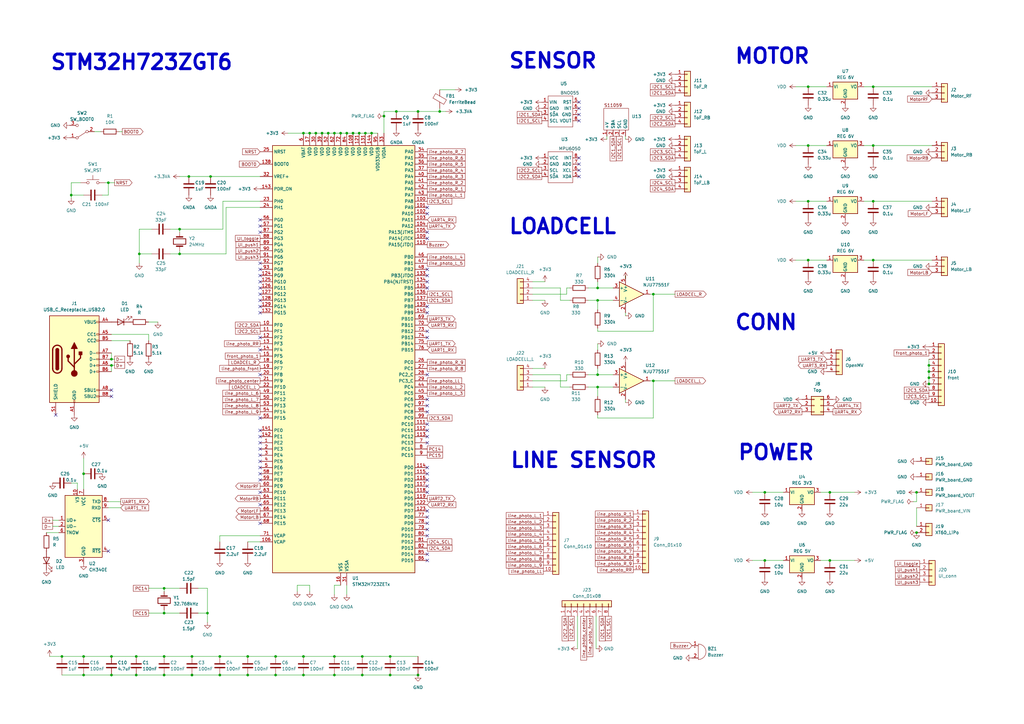
<source format=kicad_sch>
(kicad_sch (version 20230121) (generator eeschema)
  (paper "A3")
  (title_block (title "01-main") (date "2024-02-22") (company "tuton"))
  (lib_symbols
    (symbol "Amplifier_Operational:OPA196xDBV" (pin_names (offset 0.127))
      (property "Reference" "U" (at -1.27 6.35 0))
      (property "Value" "OPA196xDBV" (at -1.27 3.81 0))
      (symbol "OPA196xDBV_0_1"
        (pin power_in line (at -2.54 -7.62 90) (length 3.81) (name "V-") (number "2"))
        (pin power_in line (at -2.54 7.62 270) (length 3.81) (name "V+") (number "5"))
      )
      (symbol "OPA196xDBV_1_1"
        (pin output line (at 7.62 0 180) (length 2.54) (name "~") (number "1"))
        (pin input line (at -7.62 2.54 0) (length 2.54) (name "+") (number "3"))
        (pin input line (at -7.62 -2.54 0) (length 2.54) (name "-") (number "4"))
      )
    )
    (symbol "BNO055:AE-BNO055-BO"
      (property "Reference" "U" (at -2.54 10.16 0))
      (symbol "AE-BNO055-BO_1_1"
        (text "BNO055" (at 3.81 8.89 0) (effects (font (size 1.27 1.27))))
        (pin passive line (at -7.62 5.08 0) (length 2.54) (name "VIN") (number "1"))
        (pin passive line (at -7.62 2.54 0) (length 2.54) (name "GND") (number "2"))
        (pin passive line (at -7.62 0 0) (length 2.54) (name "SDA") (number "3"))
        (pin passive line (at -7.62 -2.54 0) (length 2.54) (name "SCL") (number "4"))
        (pin passive line (at 7.62 5.08 180) (length 2.54) (name "RST") (number "5"))
        (pin passive line (at 7.62 2.54 180) (length 2.54) (name "INT") (number "6"))
        (pin passive line (at 7.62 0 180) (length 2.54) (name "GND") (number "7"))
        (pin passive line (at 7.62 -2.54 180) (length 2.54) (name "VOUT") (number "8"))
      )
    )
    (symbol "Connector:USB_C_Receptacle_USB2.0" (pin_names (offset 1.016))
      (property "Reference" "J" (at -10.16 19.05 0))
      (property "Value" "USB_C_Receptacle_USB2.0" (at 19.05 19.05 0))
      (symbol "USB_C_Receptacle_USB2.0_1_1"
        (pin passive line (at 0 -22.86 90) (length 5.08) (name "GND") (number "A1"))
        (pin passive line (at 0 -22.86 90) (length 5.08) hide (name "GND") (number "A12"))
        (pin passive line (at 15.24 15.24 180) (length 5.08) (name "VBUS") (number "A4"))
        (pin bidirectional line (at 15.24 10.16 180) (length 5.08) (name "CC1") (number "A5"))
        (pin bidirectional line (at 15.24 -2.54 180) (length 5.08) (name "D+") (number "A6"))
        (pin bidirectional line (at 15.24 2.54 180) (length 5.08) (name "D-") (number "A7"))
        (pin bidirectional line (at 15.24 -12.7 180) (length 5.08) (name "SBU1") (number "A8"))
        (pin passive line (at 15.24 15.24 180) (length 5.08) hide (name "VBUS") (number "A9"))
        (pin passive line (at 0 -22.86 90) (length 5.08) hide (name "GND") (number "B1"))
        (pin passive line (at 0 -22.86 90) (length 5.08) hide (name "GND") (number "B12"))
        (pin passive line (at 15.24 15.24 180) (length 5.08) hide (name "VBUS") (number "B4"))
        (pin bidirectional line (at 15.24 7.62 180) (length 5.08) (name "CC2") (number "B5"))
        (pin bidirectional line (at 15.24 -5.08 180) (length 5.08) (name "D+") (number "B6"))
        (pin bidirectional line (at 15.24 0 180) (length 5.08) (name "D-") (number "B7"))
        (pin bidirectional line (at 15.24 -15.24 180) (length 5.08) (name "SBU2") (number "B8"))
        (pin passive line (at 15.24 15.24 180) (length 5.08) hide (name "VBUS") (number "B9"))
        (pin passive line (at -7.62 -22.86 90) (length 5.08) (name "SHIELD") (number "S1"))
      )
    )
    (symbol "Connector_Generic:Conn_01x01" (pin_names (offset 1.016) hide)
      (property "Reference" "J" (at 0 2.54 0))
      (property "Value" "Conn_01x01" (at 0 -2.54 0))
      (symbol "Conn_01x01_1_1"
        (pin passive line (at -5.08 0 0) (length 3.81) (name "Pin_1") (number "1"))
      )
    )
    (symbol "Connector_Generic:Conn_01x02" (pin_names (offset 1.016) hide)
      (property "Reference" "J" (at 0 2.54 0))
      (property "Value" "Conn_01x02" (at 0 -5.08 0))
      (symbol "Conn_01x02_1_1"
        (pin passive line (at -5.08 0 0) (length 3.81) (name "Pin_1") (number "1"))
        (pin passive line (at -5.08 -2.54 0) (length 3.81) (name "Pin_2") (number "2"))
      )
    )
    (symbol "Connector_Generic:Conn_01x03" (pin_names (offset 1.016) hide)
      (property "Reference" "J" (at 0 5.08 0))
      (property "Value" "Conn_01x03" (at 0 -5.08 0))
      (symbol "Conn_01x03_1_1"
        (pin passive line (at -5.08 2.54 0) (length 3.81) (name "Pin_1") (number "1"))
        (pin passive line (at -5.08 0 0) (length 3.81) (name "Pin_2") (number "2"))
        (pin passive line (at -5.08 -2.54 0) (length 3.81) (name "Pin_3") (number "3"))
      )
    )
    (symbol "Connector_Generic:Conn_01x04" (pin_names (offset 1.016) hide)
      (property "Reference" "J" (at 0 5.08 0))
      (property "Value" "Conn_01x04" (at 0 -7.62 0))
      (symbol "Conn_01x04_1_1"
        (pin passive line (at -5.08 2.54 0) (length 3.81) (name "Pin_1") (number "1"))
        (pin passive line (at -5.08 0 0) (length 3.81) (name "Pin_2") (number "2"))
        (pin passive line (at -5.08 -2.54 0) (length 3.81) (name "Pin_3") (number "3"))
        (pin passive line (at -5.08 -5.08 0) (length 3.81) (name "Pin_4") (number "4"))
      )
    )
    (symbol "Connector_Generic:Conn_01x08" (pin_names (offset 1.016) hide)
      (property "Reference" "J" (at 0 10.16 0))
      (property "Value" "Conn_01x08" (at 0 -12.7 0))
      (symbol "Conn_01x08_1_1"
        (pin passive line (at -5.08 7.62 0) (length 3.81) (name "Pin_1") (number "1"))
        (pin passive line (at -5.08 5.08 0) (length 3.81) (name "Pin_2") (number "2"))
        (pin passive line (at -5.08 2.54 0) (length 3.81) (name "Pin_3") (number "3"))
        (pin passive line (at -5.08 0 0) (length 3.81) (name "Pin_4") (number "4"))
        (pin passive line (at -5.08 -2.54 0) (length 3.81) (name "Pin_5") (number "5"))
        (pin passive line (at -5.08 -5.08 0) (length 3.81) (name "Pin_6") (number "6"))
        (pin passive line (at -5.08 -7.62 0) (length 3.81) (name "Pin_7") (number "7"))
        (pin passive line (at -5.08 -10.16 0) (length 3.81) (name "Pin_8") (number "8"))
      )
    )
    (symbol "Connector_Generic:Conn_01x10" (pin_names (offset 1.016) hide)
      (property "Reference" "J" (at 0 12.7 0))
      (property "Value" "Conn_01x10" (at 0 -15.24 0))
      (symbol "Conn_01x10_1_1"
        (pin passive line (at -5.08 10.16 0) (length 3.81) (name "Pin_1") (number "1"))
        (pin passive line (at -5.08 -12.7 0) (length 3.81) (name "Pin_10") (number "10"))
        (pin passive line (at -5.08 7.62 0) (length 3.81) (name "Pin_2") (number "2"))
        (pin passive line (at -5.08 5.08 0) (length 3.81) (name "Pin_3") (number "3"))
        (pin passive line (at -5.08 2.54 0) (length 3.81) (name "Pin_4") (number "4"))
        (pin passive line (at -5.08 0 0) (length 3.81) (name "Pin_5") (number "5"))
        (pin passive line (at -5.08 -2.54 0) (length 3.81) (name "Pin_6") (number "6"))
        (pin passive line (at -5.08 -5.08 0) (length 3.81) (name "Pin_7") (number "7"))
        (pin passive line (at -5.08 -7.62 0) (length 3.81) (name "Pin_8") (number "8"))
        (pin passive line (at -5.08 -10.16 0) (length 3.81) (name "Pin_9") (number "9"))
      )
    )
    (symbol "Connector_Generic:Conn_02x03_Counter_Clockwise" (pin_names (offset 1.016) hide)
      (property "Reference" "J" (at 1.27 5.08 0))
      (property "Value" "Conn_02x03_Counter_Clockwise" (at 1.27 -5.08 0))
      (symbol "Conn_02x03_Counter_Clockwise_1_1"
        (pin passive line (at -5.08 2.54 0) (length 3.81) (name "Pin_1") (number "1"))
        (pin passive line (at -5.08 0 0) (length 3.81) (name "Pin_2") (number "2"))
        (pin passive line (at -5.08 -2.54 0) (length 3.81) (name "Pin_3") (number "3"))
        (pin passive line (at 7.62 -2.54 180) (length 3.81) (name "Pin_4") (number "4"))
        (pin passive line (at 7.62 0 180) (length 3.81) (name "Pin_5") (number "5"))
        (pin passive line (at 7.62 2.54 180) (length 3.81) (name "Pin_6") (number "6"))
      )
    )
    (symbol "Device:Buzzer" (pin_names (offset 0.0254) hide)
      (property "Reference" "BZ" (at 3.81 1.27 0))
      (property "Value" "Buzzer" (at 3.81 -1.27 0))
      (symbol "Buzzer_1_1"
        (pin passive line (at -2.54 2.54 0) (length 2.54) (name "-") (number "1"))
        (pin passive line (at -2.54 -2.54 0) (length 2.54) (name "+") (number "2"))
      )
    )
    (symbol "Device:C" (pin_numbers hide) (pin_names (offset 0.254))
      (property "Reference" "C" (at 0.635 2.54 0))
      (property "Value" "C" (at 0.635 -2.54 0))
      (symbol "C_1_1"
        (pin passive line (at 0 3.81 270) (length 2.794) (name "~") (number "1"))
        (pin passive line (at 0 -3.81 90) (length 2.794) (name "~") (number "2"))
      )
    )
    (symbol "Device:Crystal" (pin_numbers hide) (pin_names (offset 1.016) hide)
      (property "Reference" "Y" (at 0 3.81 0))
      (property "Value" "Crystal" (at 0 -3.81 0))
      (symbol "Crystal_1_1"
        (pin passive line (at -3.81 0 0) (length 1.27) (name "1") (number "1"))
        (pin passive line (at 3.81 0 180) (length 1.27) (name "2") (number "2"))
      )
    )
    (symbol "Device:FerriteBead" (pin_numbers hide) (pin_names (offset 0))
      (property "Reference" "FB" (at -3.81 0.635 90))
      (property "Value" "FerriteBead" (at 3.81 0 90))
      (symbol "FerriteBead_1_1"
        (pin passive line (at 0 3.81 270) (length 2.54) (name "~") (number "1"))
        (pin passive line (at 0 -3.81 90) (length 2.54) (name "~") (number "2"))
      )
    )
    (symbol "Device:LED" (pin_numbers hide) (pin_names (offset 1.016) hide)
      (property "Reference" "D" (at 0 2.54 0))
      (property "Value" "LED" (at 0 -2.54 0))
      (symbol "LED_1_1"
        (pin passive line (at -3.81 0 0) (length 2.54) (name "K") (number "1"))
        (pin passive line (at 3.81 0 180) (length 2.54) (name "A") (number "2"))
      )
    )
    (symbol "Device:R" (pin_numbers hide) (pin_names (offset 0))
      (property "Reference" "R" (at 2.032 0 90))
      (property "Value" "R" (at 0 0 90))
      (symbol "R_1_1"
        (pin passive line (at 0 3.81 270) (length 1.27) (name "~") (number "1"))
        (pin passive line (at 0 -3.81 90) (length 1.27) (name "~") (number "2"))
      )
    )
    (symbol "Interface_USB:CH340E"
      (property "Reference" "U" (at -5.08 13.97 0))
      (property "Value" "CH340E" (at 1.27 13.97 0))
      (symbol "CH340E_1_1"
        (pin bidirectional line (at -10.16 2.54 0) (length 2.54) (name "UD+") (number "1"))
        (pin passive line (at -2.54 15.24 270) (length 2.54) (name "V3") (number "10"))
        (pin bidirectional line (at -10.16 0 0) (length 2.54) (name "UD-") (number "2"))
        (pin power_in line (at 0 -15.24 90) (length 2.54) (name "GND") (number "3"))
        (pin output line (at 10.16 -10.16 180) (length 2.54) (name "~{RTS}") (number "4"))
        (pin input line (at 10.16 2.54 180) (length 2.54) (name "~{CTS}") (number "5"))
        (pin output line (at -10.16 -2.54 0) (length 2.54) (name "TNOW") (number "6"))
        (pin power_in line (at 0 15.24 270) (length 2.54) (name "VCC") (number "7"))
        (pin output line (at 10.16 10.16 180) (length 2.54) (name "TXD") (number "8"))
        (pin input line (at 10.16 7.62 180) (length 2.54) (name "RXD") (number "9"))
      )
    )
    (symbol "MCU_ST_STM32H7:STM32H723ZETx"
      (property "Reference" "U" (at -27.94 90.17 0))
      (property "Value" "STM32H723ZETx" (at 20.32 90.17 0))
      (symbol "STM32H723ZETx_1_1"
        (pin bidirectional line (at -33.02 -33.02 0) (length 5.08) (name "PE2") (number "1"))
        (pin bidirectional line (at -33.02 15.24 0) (length 5.08) (name "PF0") (number "10"))
        (pin bidirectional line (at 35.56 66.04 180) (length 5.08) (name "PA8") (number "100"))
        (pin bidirectional line (at 35.56 63.5 180) (length 5.08) (name "PA9") (number "101"))
        (pin bidirectional line (at 35.56 60.96 180) (length 5.08) (name "PA10") (number "102"))
        (pin bidirectional line (at 35.56 58.42 180) (length 5.08) (name "PA11") (number "103"))
        (pin bidirectional line (at 35.56 55.88 180) (length 5.08) (name "PA12") (number "104"))
        (pin bidirectional line (at 35.56 53.34 180) (length 5.08) (name "PA13(JTMS") (number "105"))
        (pin power_out line (at -33.02 -73.66 0) (length 5.08) (name "VCAP") (number "106"))
        (pin passive line (at 0 -91.44 90) (length 5.08) hide (name "VSS") (number "107"))
        (pin power_in line (at 5.08 93.98 270) (length 5.08) (name "VDD") (number "108"))
        (pin bidirectional line (at 35.56 50.8 180) (length 5.08) (name "PA14(JTCK") (number "109"))
        (pin bidirectional line (at -33.02 12.7 0) (length 5.08) (name "PF1") (number "11"))
        (pin bidirectional line (at 35.56 48.26 180) (length 5.08) (name "PA15(JTDI)") (number "110"))
        (pin bidirectional line (at 35.56 -25.4 180) (length 5.08) (name "PC10") (number "111"))
        (pin bidirectional line (at 35.56 -27.94 180) (length 5.08) (name "PC11") (number "112"))
        (pin bidirectional line (at 35.56 -30.48 180) (length 5.08) (name "PC12") (number "113"))
        (pin bidirectional line (at 35.56 -43.18 180) (length 5.08) (name "PD0") (number "114"))
        (pin bidirectional line (at 35.56 -45.72 180) (length 5.08) (name "PD1") (number "115"))
        (pin bidirectional line (at 35.56 -48.26 180) (length 5.08) (name "PD2") (number "116"))
        (pin bidirectional line (at 35.56 -50.8 180) (length 5.08) (name "PD3") (number "117"))
        (pin bidirectional line (at 35.56 -53.34 180) (length 5.08) (name "PD4") (number "118"))
        (pin bidirectional line (at 35.56 -55.88 180) (length 5.08) (name "PD5") (number "119"))
        (pin bidirectional line (at -33.02 10.16 0) (length 5.08) (name "PF2") (number "12"))
        (pin passive line (at 0 -91.44 90) (length 5.08) hide (name "VSS") (number "120"))
        (pin power_in line (at 7.62 93.98 270) (length 5.08) (name "VDD") (number "121"))
        (pin bidirectional line (at 35.56 -58.42 180) (length 5.08) (name "PD6") (number "122"))
        (pin bidirectional line (at 35.56 -60.96 180) (length 5.08) (name "PD7") (number "123"))
        (pin bidirectional line (at -33.02 35.56 0) (length 5.08) (name "PG9") (number "124"))
        (pin bidirectional line (at -33.02 33.02 0) (length 5.08) (name "PG10") (number "125"))
        (pin bidirectional line (at -33.02 30.48 0) (length 5.08) (name "PG11") (number "126"))
        (pin bidirectional line (at -33.02 27.94 0) (length 5.08) (name "PG12") (number "127"))
        (pin bidirectional line (at -33.02 25.4 0) (length 5.08) (name "PG13") (number "128"))
        (pin bidirectional line (at -33.02 22.86 0) (length 5.08) (name "PG14") (number "129"))
        (pin bidirectional line (at -33.02 7.62 0) (length 5.08) (name "PF3") (number "13"))
        (pin passive line (at 0 -91.44 90) (length 5.08) hide (name "VSS") (number "130"))
        (pin power_in line (at 10.16 93.98 270) (length 5.08) (name "VDD") (number "131"))
        (pin bidirectional line (at -33.02 20.32 0) (length 5.08) (name "PG15") (number "132"))
        (pin bidirectional line (at 35.56 35.56 180) (length 5.08) (name "PB3(JTDO") (number "133"))
        (pin bidirectional line (at 35.56 33.02 180) (length 5.08) (name "PB4(NJTRST)") (number "134"))
        (pin bidirectional line (at 35.56 30.48 180) (length 5.08) (name "PB5") (number "135"))
        (pin bidirectional line (at 35.56 27.94 180) (length 5.08) (name "PB6") (number "136"))
        (pin bidirectional line (at 35.56 25.4 180) (length 5.08) (name "PB7") (number "137"))
        (pin input line (at -33.02 81.28 0) (length 5.08) (name "BOOT0") (number "138"))
        (pin bidirectional line (at 35.56 22.86 180) (length 5.08) (name "PB8") (number "139"))
        (pin bidirectional line (at -33.02 5.08 0) (length 5.08) (name "PF4") (number "14"))
        (pin bidirectional line (at 35.56 20.32 180) (length 5.08) (name "PB9") (number "140"))
        (pin bidirectional line (at -33.02 -27.94 0) (length 5.08) (name "PE0") (number "141"))
        (pin bidirectional line (at -33.02 -30.48 0) (length 5.08) (name "PE1") (number "142"))
        (pin input line (at -33.02 71.12 0) (length 5.08) (name "PDR_ON") (number "143"))
        (pin power_in line (at 12.7 93.98 270) (length 5.08) (name "VDD") (number "144"))
        (pin bidirectional line (at -33.02 2.54 0) (length 5.08) (name "PF5") (number "15"))
        (pin power_in line (at 0 -91.44 90) (length 5.08) (name "VSS") (number "16"))
        (pin power_in line (at -12.7 93.98 270) (length 5.08) (name "VDD") (number "17"))
        (pin bidirectional line (at -33.02 0 0) (length 5.08) (name "PF6") (number "18"))
        (pin bidirectional line (at -33.02 -2.54 0) (length 5.08) (name "PF7") (number "19"))
        (pin bidirectional line (at -33.02 -35.56 0) (length 5.08) (name "PE3") (number "2"))
        (pin bidirectional line (at -33.02 -5.08 0) (length 5.08) (name "PF8") (number "20"))
        (pin bidirectional line (at -33.02 -7.62 0) (length 5.08) (name "PF9") (number "21"))
        (pin bidirectional line (at -33.02 -10.16 0) (length 5.08) (name "PF10") (number "22"))
        (pin bidirectional line (at -33.02 66.04 0) (length 5.08) (name "PH0") (number "23"))
        (pin bidirectional line (at -33.02 63.5 0) (length 5.08) (name "PH1") (number "24"))
        (pin input line (at -33.02 86.36 0) (length 5.08) (name "NRST") (number "25"))
        (pin bidirectional line (at 35.56 0 180) (length 5.08) (name "PC0") (number "26"))
        (pin bidirectional line (at 35.56 -2.54 180) (length 5.08) (name "PC1") (number "27"))
        (pin bidirectional line (at 35.56 -5.08 180) (length 5.08) (name "PC2_C") (number "28"))
        (pin bidirectional line (at 35.56 -7.62 180) (length 5.08) (name "PC3_C") (number "29"))
        (pin bidirectional line (at -33.02 -38.1 0) (length 5.08) (name "PE4") (number "3"))
        (pin power_in line (at -10.16 93.98 270) (length 5.08) (name "VDD") (number "30"))
        (pin power_in line (at 2.54 -91.44 90) (length 5.08) (name "VSSA") (number "31"))
        (pin input line (at -33.02 76.2 0) (length 5.08) (name "VREF+") (number "32"))
        (pin power_in line (at 17.78 93.98 270) (length 5.08) (name "VDDA") (number "33"))
        (pin bidirectional line (at 35.56 86.36 180) (length 5.08) (name "PA0") (number "34"))
        (pin bidirectional line (at 35.56 83.82 180) (length 5.08) (name "PA1") (number "35"))
        (pin bidirectional line (at 35.56 81.28 180) (length 5.08) (name "PA2") (number "36"))
        (pin bidirectional line (at 35.56 78.74 180) (length 5.08) (name "PA3") (number "37"))
        (pin passive line (at 0 -91.44 90) (length 5.08) hide (name "VSS") (number "38"))
        (pin power_in line (at -7.62 93.98 270) (length 5.08) (name "VDD") (number "39"))
        (pin bidirectional line (at -33.02 -40.64 0) (length 5.08) (name "PE5") (number "4"))
        (pin bidirectional line (at 35.56 76.2 180) (length 5.08) (name "PA4") (number "40"))
        (pin bidirectional line (at 35.56 73.66 180) (length 5.08) (name "PA5") (number "41"))
        (pin bidirectional line (at 35.56 71.12 180) (length 5.08) (name "PA6") (number "42"))
        (pin bidirectional line (at 35.56 68.58 180) (length 5.08) (name "PA7") (number "43"))
        (pin bidirectional line (at 35.56 -10.16 180) (length 5.08) (name "PC4") (number "44"))
        (pin bidirectional line (at 35.56 -12.7 180) (length 5.08) (name "PC5") (number "45"))
        (pin bidirectional line (at 35.56 43.18 180) (length 5.08) (name "PB0") (number "46"))
        (pin bidirectional line (at 35.56 40.64 180) (length 5.08) (name "PB1") (number "47"))
        (pin bidirectional line (at 35.56 38.1 180) (length 5.08) (name "PB2") (number "48"))
        (pin bidirectional line (at -33.02 -12.7 0) (length 5.08) (name "PF11") (number "49"))
        (pin bidirectional line (at -33.02 -43.18 0) (length 5.08) (name "PE6") (number "5"))
        (pin bidirectional line (at -33.02 -15.24 0) (length 5.08) (name "PF12") (number "50"))
        (pin passive line (at 0 -91.44 90) (length 5.08) hide (name "VSS") (number "51"))
        (pin power_in line (at -5.08 93.98 270) (length 5.08) (name "VDD") (number "52"))
        (pin bidirectional line (at -33.02 -17.78 0) (length 5.08) (name "PF13") (number "53"))
        (pin bidirectional line (at -33.02 -20.32 0) (length 5.08) (name "PF14") (number "54"))
        (pin bidirectional line (at -33.02 -22.86 0) (length 5.08) (name "PF15") (number "55"))
        (pin bidirectional line (at -33.02 58.42 0) (length 5.08) (name "PG0") (number "56"))
        (pin bidirectional line (at -33.02 55.88 0) (length 5.08) (name "PG1") (number "57"))
        (pin bidirectional line (at -33.02 -45.72 0) (length 5.08) (name "PE7") (number "58"))
        (pin bidirectional line (at -33.02 -48.26 0) (length 5.08) (name "PE8") (number "59"))
        (pin power_in line (at -15.24 93.98 270) (length 5.08) (name "VBAT") (number "6"))
        (pin bidirectional line (at -33.02 -50.8 0) (length 5.08) (name "PE9") (number "60"))
        (pin passive line (at 0 -91.44 90) (length 5.08) hide (name "VSS") (number "61"))
        (pin power_in line (at -2.54 93.98 270) (length 5.08) (name "VDD") (number "62"))
        (pin bidirectional line (at -33.02 -53.34 0) (length 5.08) (name "PE10") (number "63"))
        (pin bidirectional line (at -33.02 -55.88 0) (length 5.08) (name "PE11") (number "64"))
        (pin bidirectional line (at -33.02 -58.42 0) (length 5.08) (name "PE12") (number "65"))
        (pin bidirectional line (at -33.02 -60.96 0) (length 5.08) (name "PE13") (number "66"))
        (pin bidirectional line (at -33.02 -63.5 0) (length 5.08) (name "PE14") (number "67"))
        (pin bidirectional line (at -33.02 -66.04 0) (length 5.08) (name "PE15") (number "68"))
        (pin bidirectional line (at 35.56 17.78 180) (length 5.08) (name "PB10") (number "69"))
        (pin bidirectional line (at 35.56 -33.02 180) (length 5.08) (name "PC13") (number "7"))
        (pin bidirectional line (at 35.56 15.24 180) (length 5.08) (name "PB11") (number "70"))
        (pin power_out line (at -33.02 -71.12 0) (length 5.08) (name "VCAP") (number "71"))
        (pin power_in line (at 0 93.98 270) (length 5.08) (name "VDD") (number "72"))
        (pin bidirectional line (at 35.56 12.7 180) (length 5.08) (name "PB12") (number "73"))
        (pin bidirectional line (at 35.56 10.16 180) (length 5.08) (name "PB13") (number "74"))
        (pin bidirectional line (at 35.56 7.62 180) (length 5.08) (name "PB14") (number "75"))
        (pin bidirectional line (at 35.56 5.08 180) (length 5.08) (name "PB15") (number "76"))
        (pin bidirectional line (at 35.56 -63.5 180) (length 5.08) (name "PD8") (number "77"))
        (pin bidirectional line (at 35.56 -66.04 180) (length 5.08) (name "PD9") (number "78"))
        (pin bidirectional line (at 35.56 -68.58 180) (length 5.08) (name "PD10") (number "79"))
        (pin bidirectional line (at 35.56 -35.56 180) (length 5.08) (name "PC14") (number "8"))
        (pin bidirectional line (at 35.56 -71.12 180) (length 5.08) (name "PD11") (number "80"))
        (pin bidirectional line (at 35.56 -73.66 180) (length 5.08) (name "PD12") (number "81"))
        (pin bidirectional line (at 35.56 -76.2 180) (length 5.08) (name "PD13") (number "82"))
        (pin passive line (at 0 -91.44 90) (length 5.08) hide (name "VSS") (number "83"))
        (pin power_in line (at 2.54 93.98 270) (length 5.08) (name "VDD") (number "84"))
        (pin bidirectional line (at 35.56 -78.74 180) (length 5.08) (name "PD14") (number "85"))
        (pin bidirectional line (at 35.56 -81.28 180) (length 5.08) (name "PD15") (number "86"))
        (pin bidirectional line (at -33.02 53.34 0) (length 5.08) (name "PG2") (number "87"))
        (pin bidirectional line (at -33.02 50.8 0) (length 5.08) (name "PG3") (number "88"))
        (pin bidirectional line (at -33.02 48.26 0) (length 5.08) (name "PG4") (number "89"))
        (pin bidirectional line (at 35.56 -38.1 180) (length 5.08) (name "PC15") (number "9"))
        (pin bidirectional line (at -33.02 45.72 0) (length 5.08) (name "PG5") (number "90"))
        (pin bidirectional line (at -33.02 43.18 0) (length 5.08) (name "PG6") (number "91"))
        (pin bidirectional line (at -33.02 40.64 0) (length 5.08) (name "PG7") (number "92"))
        (pin bidirectional line (at -33.02 38.1 0) (length 5.08) (name "PG8") (number "93"))
        (pin passive line (at 0 -91.44 90) (length 5.08) hide (name "VSS") (number "94"))
        (pin power_in line (at 15.24 93.98 270) (length 5.08) (name "VDD33USB") (number "95"))
        (pin bidirectional line (at 35.56 -15.24 180) (length 5.08) (name "PC6") (number "96"))
        (pin bidirectional line (at 35.56 -17.78 180) (length 5.08) (name "PC7") (number "97"))
        (pin bidirectional line (at 35.56 -20.32 180) (length 5.08) (name "PC8") (number "98"))
        (pin bidirectional line (at 35.56 -22.86 180) (length 5.08) (name "PC9") (number "99"))
      )
    )
    (symbol "MPU6050:MPU6050"
      (property "Reference" "U" (at -3.81 13.97 0))
      (symbol "MPU6050_1_1"
        (text "MPU6050" (at 3.81 12.7 0) (effects (font (size 1.27 1.27))))
        (pin passive line (at -7.62 8.89 0) (length 2.54) (name "VCC") (number "1"))
        (pin passive line (at -7.62 6.35 0) (length 2.54) (name "GND") (number "2"))
        (pin passive line (at -7.62 3.81 0) (length 2.54) (name "SCL") (number "3"))
        (pin passive line (at -7.62 1.27 0) (length 2.54) (name "SDA") (number "4"))
        (pin passive line (at 7.62 1.27 180) (length 2.54) (name "XDA") (number "5"))
        (pin passive line (at 7.62 3.81 180) (length 2.54) (name "XCL") (number "6"))
        (pin passive line (at 7.62 6.35 180) (length 2.54) (name "AD0") (number "7"))
        (pin passive line (at 7.62 8.89 180) (length 2.54) (name "INT") (number "8"))
      )
    )
    (symbol "Regulator_Linear:LF33_TO252" (pin_names (offset 0.254))
      (property "Reference" "U" (at -3.81 3.175 0))
      (property "Value" "LF33_TO252" (at 0 3.175 0))
      (symbol "LF33_TO252_1_1"
        (pin power_in line (at -7.62 0 0) (length 2.54) (name "VI") (number "1"))
        (pin power_in line (at 0 -7.62 90) (length 2.54) (name "GND") (number "2"))
        (pin power_out line (at 7.62 0 180) (length 2.54) (name "VO") (number "3"))
      )
    )
    (symbol "Regulator_Linear:LF50_TO252" (pin_names (offset 0.254))
      (property "Reference" "U" (at -3.81 3.175 0))
      (property "Value" "LF50_TO252" (at 0 3.175 0))
      (symbol "LF50_TO252_1_1"
        (pin power_in line (at -7.62 0 0) (length 2.54) (name "VI") (number "1"))
        (pin power_in line (at 0 -7.62 90) (length 2.54) (name "GND") (number "2"))
        (pin power_out line (at 7.62 0 180) (length 2.54) (name "VO") (number "3"))
      )
    )
    (symbol "S11059:S11059"
      (property "Reference" "U" (at -2.54 10.16 0))
      (symbol "S11059_1_1"
        (text "S11059" (at 0 7.62 0) (effects (font (size 1.27 1.27))))
        (pin passive line (at -2.54 -5.08 90) (length 2.54) (name "+V") (number "1"))
        (pin passive line (at 0 -5.08 90) (length 2.54) (name "SDA") (number "2"))
        (pin passive line (at 2.54 -5.08 90) (length 2.54) (name "SCL") (number "3"))
        (pin passive line (at 5.08 -5.08 90) (length 2.54) (name "GND") (number "4"))
      )
    )
    (symbol "Switch:SW_Push" (pin_numbers hide) (pin_names (offset 1.016) hide)
      (property "Reference" "SW" (at 1.27 2.54 0))
      (property "Value" "SW_Push" (at 0 -1.524 0))
      (symbol "SW_Push_0_1"
        (pin passive line (at -5.08 0 0) (length 2.54) (name "1") (number "1"))
        (pin passive line (at 5.08 0 180) (length 2.54) (name "2") (number "2"))
      )
    )
    (symbol "Switch:SW_SPDT" (pin_names (offset 0) hide)
      (property "Reference" "SW" (at 0 4.318 0))
      (property "Value" "SW_SPDT" (at 0 -5.08 0))
      (symbol "SW_SPDT_1_1"
        (pin passive line (at 5.08 2.54 180) (length 2.54) (name "A") (number "1"))
        (pin passive line (at -5.08 0 0) (length 2.54) (name "B") (number "2"))
        (pin passive line (at 5.08 -2.54 180) (length 2.54) (name "C") (number "3"))
      )
    )
    (symbol "power:+3.3VA" (power) (pin_names (offset 0))
      (property "Value" "+3.3VA" (at 0 3.556 0))
      (symbol "+3.3VA_1_1"
        (pin power_in line (at 0 0 90) (length 0) hide (name "+3.3VA") (number "1"))
      )
    )
    (symbol "power:+3V3" (power) (pin_names (offset 0))
      (property "Value" "+3V3" (at 0 3.556 0))
      (symbol "+3V3_1_1"
        (pin power_in line (at 0 0 90) (length 0) hide (name "+3V3") (number "1"))
      )
    )
    (symbol "power:+5V" (power) (pin_names (offset 0))
      (property "Value" "+5V" (at 0 3.556 0))
      (symbol "+5V_1_1"
        (pin power_in line (at 0 0 90) (length 0) hide (name "+5V") (number "1"))
      )
    )
    (symbol "power:GND" (power) (pin_names (offset 0))
      (property "Value" "GND" (at 0 -3.81 0))
      (symbol "GND_1_1"
        (pin power_in line (at 0 0 270) (length 0) hide (name "GND") (number "1"))
      )
    )
    (symbol "power:GNDA" (power) (pin_names (offset 0))
      (property "Value" "GNDA" (at 0 -3.81 0))
      (symbol "GNDA_1_1"
        (pin power_in line (at 0 0 270) (length 0) hide (name "GNDA") (number "1"))
      )
    )
    (symbol "power:PWR_FLAG" (power) (pin_numbers hide) (pin_names (offset 0) hide)
      (property "Value" "PWR_FLAG" (at 0 3.81 0))
      (symbol "PWR_FLAG_0_0"
        (pin power_out line (at 0 0 90) (length 0) (name "pwr") (number "1"))
      )
    )
    (symbol "power:VDD" (power) (pin_names (offset 0))
      (property "Value" "VDD" (at 0 3.81 0))
      (symbol "VDD_1_1"
        (pin power_in line (at 0 0 90) (length 0) hide (name "VDD") (number "1"))
      )
    )
  )
  (junction (at 73.66 104.14))
  (junction (at 45.72 147.32))
  (junction (at 331.47 106.68))
  (junction (at 55.88 269.24))
  (junction (at 101.6 269.24))
  (junction (at 73.66 93.98))
  (junction (at 157.48 47.625))
  (junction (at 171.45 276.86))
  (junction (at 331.47 59.69))
  (junction (at 77.47 72.39))
  (junction (at 67.31 241.3))
  (junction (at 34.29 194.31))
  (junction (at 86.36 72.39))
  (junction (at 147.32 54.61))
  (junction (at 340.36 201.93))
  (junction (at 67.31 276.86))
  (junction (at 340.36 229.87))
  (junction (at 358.14 82.55))
  (junction (at 358.14 35.56))
  (junction (at 134.62 54.61))
  (junction (at 180.34 45.72))
  (junction (at 34.29 269.24))
  (junction (at 171.45 45.72))
  (junction (at 358.14 106.68))
  (junction (at 67.31 251.46))
  (junction (at 142.24 54.61))
  (junction (at 245.11 123.19))
  (junction (at 124.46 276.86))
  (junction (at 29.21 80.01))
  (junction (at 90.17 269.24))
  (junction (at 127 54.61))
  (junction (at 375.92 201.93))
  (junction (at 245.11 118.11))
  (junction (at 267.97 156.21))
  (junction (at 44.45 74.93))
  (junction (at 162.56 45.72))
  (junction (at 149.86 54.61))
  (junction (at 313.69 229.87))
  (junction (at 90.17 276.86))
  (junction (at 45.72 269.24))
  (junction (at 375.92 218.44))
  (junction (at 381 149.86))
  (junction (at 124.46 269.24))
  (junction (at 137.16 276.86))
  (junction (at 34.29 276.86))
  (junction (at 267.97 120.65))
  (junction (at 358.14 59.69))
  (junction (at 101.6 276.86))
  (junction (at 313.69 201.93))
  (junction (at 160.02 269.24))
  (junction (at 132.08 54.61))
  (junction (at 137.16 269.24))
  (junction (at 245.11 153.67))
  (junction (at 144.78 54.61))
  (junction (at 45.72 276.86))
  (junction (at 55.88 276.86))
  (junction (at 148.59 269.24))
  (junction (at 45.72 149.86))
  (junction (at 25.4 269.24))
  (junction (at 381 154.94))
  (junction (at 78.74 276.86))
  (junction (at 113.03 269.24))
  (junction (at 139.7 54.61))
  (junction (at 331.47 82.55))
  (junction (at 160.02 276.86))
  (junction (at 113.03 276.86))
  (junction (at 137.16 54.61))
  (junction (at 331.47 35.56))
  (junction (at 152.4 54.61))
  (junction (at 124.46 54.61))
  (junction (at 67.31 269.24))
  (junction (at 129.54 54.61))
  (junction (at 381 157.48))
  (junction (at 381 152.4))
  (junction (at 148.59 276.86))
  (junction (at 78.74 269.24))
  (junction (at 85.09 251.46))
  (junction (at 57.15 104.14))
  (junction (at 245.11 158.75))
  (no_connect (at 237.49 69.85))
  (no_connect (at 106.68 179.07))
  (no_connect (at 237.49 64.77))
  (no_connect (at 175.26 219.71))
  (no_connect (at 175.26 209.55))
  (no_connect (at 237.49 67.31))
  (no_connect (at 106.68 189.23))
  (no_connect (at 237.49 72.39))
  (no_connect (at 106.68 118.11))
  (no_connect (at 175.26 173.99))
  (no_connect (at 175.26 138.43))
  (no_connect (at 175.26 212.09))
  (no_connect (at 175.26 179.07))
  (no_connect (at 175.26 166.37))
  (no_connect (at 106.68 110.49))
  (no_connect (at 175.26 194.31))
  (no_connect (at 237.49 44.45))
  (no_connect (at 106.68 214.63))
  (no_connect (at 106.68 128.27))
  (no_connect (at 106.68 92.71))
  (no_connect (at 106.68 107.95))
  (no_connect (at 175.26 217.17))
  (no_connect (at 175.26 229.87))
  (no_connect (at 106.68 194.31))
  (no_connect (at 106.68 196.85))
  (no_connect (at 237.49 49.53))
  (no_connect (at 45.72 160.02))
  (no_connect (at 106.68 186.69))
  (no_connect (at 175.26 214.63))
  (no_connect (at 175.26 128.27))
  (no_connect (at 175.26 95.25))
  (no_connect (at 175.26 113.03))
  (no_connect (at 237.49 46.99))
  (no_connect (at 106.68 143.51))
  (no_connect (at 175.26 196.85))
  (no_connect (at 44.45 213.36))
  (no_connect (at 106.68 153.67))
  (no_connect (at 106.68 184.15))
  (no_connect (at 106.68 90.17))
  (no_connect (at 175.26 227.33))
  (no_connect (at 106.68 125.73))
  (no_connect (at 175.26 85.09))
  (no_connect (at 175.26 110.49))
  (no_connect (at 106.68 120.65))
  (no_connect (at 175.26 176.53))
  (no_connect (at 106.68 191.77))
  (no_connect (at 237.49 41.91))
  (no_connect (at 106.68 181.61))
  (no_connect (at 106.68 171.45))
  (no_connect (at 175.26 115.57))
  (no_connect (at 175.26 168.91))
  (no_connect (at 175.26 181.61))
  (no_connect (at 45.72 162.56))
  (no_connect (at 22.86 170.18))
  (no_connect (at 175.26 163.83))
  (no_connect (at 106.68 138.43))
  (no_connect (at 106.68 176.53))
  (no_connect (at 175.26 87.63))
  (no_connect (at 175.26 153.67))
  (no_connect (at 175.26 97.79))
  (no_connect (at 175.26 135.89))
  (no_connect (at 106.68 207.01))
  (no_connect (at 175.26 191.77))
  (no_connect (at 175.26 199.39))
  (no_connect (at 106.68 113.03))
  (no_connect (at 106.68 201.93))
  (no_connect (at 44.45 226.06))
  (no_connect (at 106.68 95.25))
  (no_connect (at 106.68 123.19))
  (no_connect (at 106.68 115.57))
  (no_connect (at 175.26 125.73))
  (no_connect (at 175.26 201.93))
  (no_connect (at 175.26 118.11))
  (wire (pts (xy 73.66 93.98) (xy 91.44 93.98)))
  (wire (pts (xy 157.48 45.72) (xy 162.56 45.72)))
  (wire (pts (xy 358.14 35.56) (xy 382.27 35.56)))
  (wire (pts (xy 118.11 54.61) (xy 124.46 54.61)))
  (wire (pts (xy 171.45 45.72) (xy 180.34 45.72)))
  (wire (pts (xy 381 154.94) (xy 381 157.48)))
  (wire (pts (xy 124.46 269.24) (xy 137.16 269.24)))
  (wire (pts (xy 148.59 269.24) (xy 160.02 269.24)))
  (wire (pts (xy 29.21 198.12) (xy 31.75 198.12)))
  (wire (pts (xy 92.71 104.14) (xy 92.71 85.09)))
  (wire (pts (xy 245.11 158.75) (xy 251.46 158.75)))
  (wire (pts (xy 45.72 269.24) (xy 55.88 269.24)))
  (wire (pts (xy 374.65 205.74) (xy 375.92 205.74)))
  (wire (pts (xy 180.34 45.72) (xy 182.88 45.72)))
  (wire (pts (xy 245.11 123.19) (xy 251.46 123.19)))
  (wire (pts (xy 358.14 59.69) (xy 382.27 59.69)))
  (wire (pts (xy 218.44 115.57) (xy 223.52 115.57)))
  (wire (pts (xy 142.24 54.61) (xy 144.78 54.61)))
  (wire (pts (xy 29.21 81.28) (xy 29.21 80.01)))
  (wire (pts (xy 69.85 104.14) (xy 73.66 104.14)))
  (wire (pts (xy 60.96 132.08) (xy 64.77 132.08)))
  (wire (pts (xy 137.16 240.03) (xy 137.16 243.84)))
  (wire (pts (xy 229.87 158.75) (xy 233.68 158.75)))
  (wire (pts (xy 354.33 59.69) (xy 358.14 59.69)))
  (wire (pts (xy 232.41 156.21) (xy 232.41 153.67)))
  (wire (pts (xy 245.11 115.57) (xy 245.11 118.11)))
  (wire (pts (xy 144.78 54.61) (xy 147.32 54.61)))
  (wire (pts (xy 127 54.61) (xy 129.54 54.61)))
  (wire (pts (xy 44.45 205.74) (xy 49.53 205.74)))
  (wire (pts (xy 358.14 106.68) (xy 382.27 106.68)))
  (wire (pts (xy 137.16 276.86) (xy 148.59 276.86)))
  (wire (pts (xy 132.08 54.61) (xy 134.62 54.61)))
  (wire (pts (xy 44.45 74.93) (xy 46.99 74.93)))
  (wire (pts (xy 157.48 47.625) (xy 157.48 54.61)))
  (wire (pts (xy 245.11 140.97) (xy 245.11 143.51)))
  (wire (pts (xy 137.16 269.24) (xy 148.59 269.24)))
  (wire (pts (xy 232.41 118.11) (xy 233.68 118.11)))
  (wire (pts (xy 354.33 35.56) (xy 358.14 35.56)))
  (wire (pts (xy 149.86 54.61) (xy 152.4 54.61)))
  (wire (pts (xy 245.11 151.13) (xy 245.11 153.67)))
  (wire (pts (xy 241.3 158.75) (xy 245.11 158.75)))
  (wire (pts (xy 62.23 93.98) (xy 57.15 93.98)))
  (wire (pts (xy 67.31 241.3) (xy 67.31 242.57)))
  (wire (pts (xy 245.11 118.11) (xy 251.46 118.11)))
  (wire (pts (xy 267.97 120.65) (xy 276.86 120.65)))
  (wire (pts (xy 218.44 156.21) (xy 232.41 156.21)))
  (wire (pts (xy 45.72 137.16) (xy 60.96 137.16)))
  (wire (pts (xy 160.02 276.86) (xy 171.45 276.86)))
  (wire (pts (xy 331.47 35.56) (xy 339.09 35.56)))
  (wire (pts (xy 91.44 93.98) (xy 91.44 82.55)))
  (wire (pts (xy 38.735 53.975) (xy 41.275 53.975)))
  (wire (pts (xy 248.92 55.88) (xy 248.92 57.15)))
  (wire (pts (xy 60.96 251.46) (xy 67.31 251.46)))
  (wire (pts (xy 55.88 269.24) (xy 67.31 269.24)))
  (wire (pts (xy 336.55 229.87) (xy 340.36 229.87)))
  (wire (pts (xy 34.29 194.31) (xy 34.29 200.66)))
  (wire (pts (xy 25.4 269.24) (xy 34.29 269.24)))
  (wire (pts (xy 340.36 229.87) (xy 350.52 229.87)))
  (wire (pts (xy 92.71 85.09) (xy 106.68 85.09)))
  (wire (pts (xy 86.36 72.39) (xy 106.68 72.39)))
  (wire (pts (xy 218.44 120.65) (xy 232.41 120.65)))
  (wire (pts (xy 244.475 252.73) (xy 244.475 266.065)))
  (wire (pts (xy 375.92 205.74) (xy 375.92 201.93)))
  (wire (pts (xy 91.44 82.55) (xy 106.68 82.55)))
  (wire (pts (xy 218.44 153.67) (xy 229.87 153.67)))
  (wire (pts (xy 267.97 135.89) (xy 267.97 120.65)))
  (wire (pts (xy 48.895 53.975) (xy 50.165 53.975)))
  (wire (pts (xy 78.74 276.86) (xy 90.17 276.86)))
  (wire (pts (xy 113.03 269.24) (xy 124.46 269.24)))
  (wire (pts (xy 229.87 118.11) (xy 229.87 123.19)))
  (wire (pts (xy 101.6 269.24) (xy 113.03 269.24)))
  (wire (pts (xy 245.11 105.41) (xy 245.11 107.95)))
  (wire (pts (xy 57.15 93.98) (xy 57.15 104.14)))
  (wire (pts (xy 267.97 171.45) (xy 267.97 156.21)))
  (wire (pts (xy 34.29 269.24) (xy 45.72 269.24)))
  (wire (pts (xy 218.44 118.11) (xy 229.87 118.11)))
  (wire (pts (xy 381 147.32) (xy 381 149.86)))
  (wire (pts (xy 381 152.4) (xy 381 154.94)))
  (wire (pts (xy 67.31 251.46) (xy 73.66 251.46)))
  (wire (pts (xy 55.88 276.86) (xy 67.31 276.86)))
  (wire (pts (xy 152.4 54.61) (xy 154.94 54.61)))
  (wire (pts (xy 308.61 229.87) (xy 313.69 229.87)))
  (wire (pts (xy 101.6 222.25) (xy 106.68 222.25)))
  (wire (pts (xy 157.48 45.72) (xy 157.48 47.625)))
  (wire (pts (xy 90.17 276.86) (xy 101.6 276.86)))
  (wire (pts (xy 90.17 269.24) (xy 101.6 269.24)))
  (wire (pts (xy 147.32 54.61) (xy 149.86 54.61)))
  (wire (pts (xy 245.11 171.45) (xy 267.97 171.45)))
  (wire (pts (xy 232.41 153.67) (xy 233.68 153.67)))
  (wire (pts (xy 31.75 198.12) (xy 31.75 200.66)))
  (wire (pts (xy 81.28 241.3) (xy 85.09 241.3)))
  (wire (pts (xy 336.55 201.93) (xy 340.36 201.93)))
  (wire (pts (xy 124.46 276.86) (xy 137.16 276.86)))
  (wire (pts (xy 358.14 82.55) (xy 382.27 82.55)))
  (wire (pts (xy 137.16 54.61) (xy 139.7 54.61)))
  (wire (pts (xy 256.54 163.83) (xy 256.54 165.1)))
  (wire (pts (xy 229.87 123.19) (xy 233.68 123.19)))
  (wire (pts (xy 381 149.86) (xy 381 152.4)))
  (wire (pts (xy 21.59 213.36) (xy 24.13 213.36)))
  (wire (pts (xy 60.96 137.16) (xy 60.96 139.7)))
  (wire (pts (xy 375.92 208.28) (xy 375.92 215.9)))
  (wire (pts (xy 354.33 82.55) (xy 358.14 82.55)))
  (wire (pts (xy 266.7 156.21) (xy 267.97 156.21)))
  (wire (pts (xy 43.18 74.93) (xy 44.45 74.93)))
  (wire (pts (xy 331.47 106.68) (xy 339.09 106.68)))
  (wire (pts (xy 245.11 134.62) (xy 245.11 135.89)))
  (wire (pts (xy 45.72 149.86) (xy 45.72 152.4)))
  (wire (pts (xy 60.96 241.3) (xy 67.31 241.3)))
  (wire (pts (xy 44.45 208.28) (xy 49.53 208.28)))
  (wire (pts (xy 223.52 158.75) (xy 218.44 158.75)))
  (wire (pts (xy 142.24 240.03) (xy 142.24 243.84)))
  (wire (pts (xy 256.54 113.03) (xy 256.54 114.3)))
  (wire (pts (xy 121.92 240.03) (xy 127 240.03)))
  (wire (pts (xy 45.72 144.78) (xy 45.72 147.32)))
  (wire (pts (xy 218.44 151.13) (xy 223.52 151.13)))
  (wire (pts (xy 33.02 74.93) (xy 29.21 74.93)))
  (wire (pts (xy 129.54 54.61) (xy 132.08 54.61)))
  (wire (pts (xy 232.41 120.65) (xy 232.41 118.11)))
  (wire (pts (xy 73.66 93.98) (xy 73.66 95.25)))
  (wire (pts (xy 148.59 276.86) (xy 160.02 276.86)))
  (wire (pts (xy 186.69 36.83) (xy 180.34 36.83)))
  (wire (pts (xy 223.52 123.19) (xy 218.44 123.19)))
  (wire (pts (xy 326.39 106.68) (xy 331.47 106.68)))
  (wire (pts (xy 245.11 171.45) (xy 245.11 170.18)))
  (wire (pts (xy 139.7 240.03) (xy 137.16 240.03)))
  (wire (pts (xy 331.47 82.55) (xy 339.09 82.55)))
  (wire (pts (xy 25.4 276.86) (xy 34.29 276.86)))
  (wire (pts (xy 34.29 276.86) (xy 45.72 276.86)))
  (wire (pts (xy 160.02 269.24) (xy 171.45 269.24)))
  (wire (pts (xy 57.15 104.14) (xy 57.15 107.95)))
  (wire (pts (xy 134.62 54.61) (xy 137.16 54.61)))
  (wire (pts (xy 21.59 215.9) (xy 24.13 215.9)))
  (wire (pts (xy 81.28 251.46) (xy 85.09 251.46)))
  (wire (pts (xy 29.21 80.01) (xy 34.29 80.01)))
  (wire (pts (xy 69.85 93.98) (xy 73.66 93.98)))
  (wire (pts (xy 29.21 74.93) (xy 29.21 80.01)))
  (wire (pts (xy 34.29 187.96) (xy 34.29 194.31)))
  (wire (pts (xy 241.3 118.11) (xy 245.11 118.11)))
  (wire (pts (xy 67.31 269.24) (xy 78.74 269.24)))
  (wire (pts (xy 267.97 156.21) (xy 276.86 156.21)))
  (wire (pts (xy 326.39 82.55) (xy 331.47 82.55)))
  (wire (pts (xy 121.92 242.57) (xy 121.92 240.03)))
  (wire (pts (xy 326.39 35.56) (xy 331.47 35.56)))
  (wire (pts (xy 101.6 276.86) (xy 113.03 276.86)))
  (wire (pts (xy 245.11 135.89) (xy 267.97 135.89)))
  (wire (pts (xy 375.285 201.93) (xy 375.92 201.93)))
  (wire (pts (xy 45.72 139.7) (xy 53.34 139.7)))
  (wire (pts (xy 241.3 123.19) (xy 245.11 123.19)))
  (wire (pts (xy 85.09 251.46) (xy 85.09 255.27)))
  (wire (pts (xy 85.09 241.3) (xy 85.09 251.46)))
  (wire (pts (xy 236.855 252.73) (xy 236.855 266.065)))
  (wire (pts (xy 73.66 102.87) (xy 73.66 104.14)))
  (wire (pts (xy 354.33 106.68) (xy 358.14 106.68)))
  (wire (pts (xy 67.31 250.19) (xy 67.31 251.46)))
  (wire (pts (xy 45.72 149.86) (xy 46.99 149.86)))
  (wire (pts (xy 245.11 153.67) (xy 251.46 153.67)))
  (wire (pts (xy 45.72 147.32) (xy 46.99 147.32)))
  (wire (pts (xy 90.17 219.71) (xy 90.17 222.25)))
  (wire (pts (xy 241.3 153.67) (xy 245.11 153.67)))
  (wire (pts (xy 67.31 276.86) (xy 78.74 276.86)))
  (wire (pts (xy 313.69 201.93) (xy 321.31 201.93)))
  (wire (pts (xy 245.11 158.75) (xy 245.11 162.56)))
  (wire (pts (xy 20.32 269.24) (xy 25.4 269.24)))
  (wire (pts (xy 256.54 128.27) (xy 256.54 129.54)))
  (wire (pts (xy 113.03 276.86) (xy 124.46 276.86)))
  (wire (pts (xy 78.74 269.24) (xy 90.17 269.24)))
  (wire (pts (xy 139.7 54.61) (xy 142.24 54.61)))
  (wire (pts (xy 180.34 44.45) (xy 180.34 45.72)))
  (wire (pts (xy 331.47 59.69) (xy 339.09 59.69)))
  (wire (pts (xy 41.91 80.01) (xy 44.45 80.01)))
  (wire (pts (xy 77.47 72.39) (xy 86.36 72.39)))
  (wire (pts (xy 19.05 218.44) (xy 24.13 218.44)))
  (wire (pts (xy 162.56 45.72) (xy 171.45 45.72)))
  (wire (pts (xy 266.7 120.65) (xy 267.97 120.65)))
  (wire (pts (xy 308.61 201.93) (xy 313.69 201.93)))
  (wire (pts (xy 44.45 80.01) (xy 44.45 74.93)))
  (wire (pts (xy 127 240.03) (xy 127 242.57)))
  (wire (pts (xy 73.66 104.14) (xy 92.71 104.14)))
  (wire (pts (xy 45.72 276.86) (xy 55.88 276.86)))
  (wire (pts (xy 57.15 104.14) (xy 62.23 104.14)))
  (wire (pts (xy 326.39 59.69) (xy 331.47 59.69)))
  (wire (pts (xy 106.68 219.71) (xy 90.17 219.71)))
  (wire (pts (xy 340.36 201.93) (xy 350.52 201.93)))
  (wire (pts (xy 73.66 72.39) (xy 77.47 72.39)))
  (wire (pts (xy 256.54 55.88) (xy 256.54 57.15)))
  (wire (pts (xy 229.87 153.67) (xy 229.87 158.75)))
  (wire (pts (xy 124.46 54.61) (xy 127 54.61)))
  (wire (pts (xy 313.69 229.87) (xy 321.31 229.87)))
  (wire (pts (xy 67.31 241.3) (xy 73.66 241.3)))
  (wire (pts (xy 245.11 123.19) (xy 245.11 127)))
  (text "LINE SENSOR\n" (at 208.915 192.405 0) (effects (font (size 6 6) (thickness 1.2) bold) (justify left bottom)))
  (text "STM32H723ZGT6" (at 20.32 29.21 0) (effects (font (size 6 6) (thickness 1.2) bold) (justify left bottom)))
  (text "SENSOR" (at 208.28 28.575 0) (effects (font (size 6 6) (thickness 1.2) bold) (justify left bottom)))
  (text "CONN\n" (at 300.99 135.89 0) (effects (font (size 6 6) (thickness 1.2) bold) (justify left bottom)))
  (text "MOTOR" (at 300.99 26.67 0) (effects (font (size 6 6) (thickness 1.2) bold) (justify left bottom)))
  (text "POWER" (at 302.26 189.23 0) (effects (font (size 6 6) (thickness 1.2) bold) (justify left bottom)))
  (text "LOADCELL\n" (at 208.28 96.52 0) (effects (font (size 6 6) (thickness 1.2) bold) (justify left bottom)))
  (global_label "LOADCEL_R" (shape input) (at 106.68 148.59 180) (property "Intersheetrefs" "${INTERSHEET_REFS}" (effects hide)))
  (global_label "line_photo_L_1" (shape passive) (at 222.885 211.455 180) (property "Intersheetrefs" "${INTERSHEET_REFS}" (effects hide)))
  (global_label "line_photo_RR" (shape passive) (at 259.715 233.68 180) (property "Intersheetrefs" "${INTERSHEET_REFS}" (effects hide)))
  (global_label "UI_push1" (shape passive) (at 106.68 100.33 180) (property "Intersheetrefs" "${INTERSHEET_REFS}" (effects hide)))
  (global_label "front_photo_1" (shape passive) (at 106.68 146.05 180) (property "Intersheetrefs" "${INTERSHEET_REFS}" (effects hide)))
  (global_label "MotorLB" (shape input) (at 382.27 111.76 180) (property "Intersheetrefs" "${INTERSHEET_REFS}" (effects hide)))
  (global_label "line_photo_L_5" (shape passive) (at 175.26 107.95 0) (property "Intersheetrefs" "${INTERSHEET_REFS}" (effects hide)))
  (global_label "I2C4_SCL" (shape passive) (at 175.26 222.25 0) (property "Intersheetrefs" "${INTERSHEET_REFS}" (effects hide)))
  (global_label "I2C3_SCL" (shape passive) (at 276.86 62.23 180) (property "Intersheetrefs" "${INTERSHEET_REFS}" (effects hide)))
  (global_label "UART4_RX" (shape output) (at 341.63 168.91 0) (property "Intersheetrefs" "${INTERSHEET_REFS}" (effects hide)))
  (global_label "line_photo_center" (shape passive) (at 106.68 156.21 180) (property "Intersheetrefs" "${INTERSHEET_REFS}" (effects hide)))
  (global_label "I2C3_SDA" (shape passive) (at 381 160.02 180) (property "Intersheetrefs" "${INTERSHEET_REFS}" (effects hide)))
  (global_label "UI_push2" (shape passive) (at 106.68 102.87 180) (property "Intersheetrefs" "${INTERSHEET_REFS}" (effects hide)))
  (global_label "I2C2_SDA" (shape passive) (at 222.25 72.39 180) (property "Intersheetrefs" "${INTERSHEET_REFS}" (effects hide)))
  (global_label "UART1_TX" (shape input) (at 49.53 208.28 0) (property "Intersheetrefs" "${INTERSHEET_REFS}" (effects hide)))
  (global_label "UI_push2" (shape passive) (at 377.19 236.22 180) (property "Intersheetrefs" "${INTERSHEET_REFS}" (effects hide)))
  (global_label "I2C4_SDA" (shape passive) (at 175.26 224.79 0) (property "Intersheetrefs" "${INTERSHEET_REFS}" (effects hide)))
  (global_label "line_photo_R_2" (shape passive) (at 175.26 74.93 0) (property "Intersheetrefs" "${INTERSHEET_REFS}" (effects hide)))
  (global_label "MotorLF" (shape input) (at 382.27 87.63 180) (property "Intersheetrefs" "${INTERSHEET_REFS}" (effects hide)))
  (global_label "MotorRB" (shape input) (at 382.27 64.77 180) (property "Intersheetrefs" "${INTERSHEET_REFS}" (effects hide)))
  (global_label "line_photo_R_8" (shape passive) (at 175.26 151.13 0) (property "Intersheetrefs" "${INTERSHEET_REFS}" (effects hide)))
  (global_label "UI_push3" (shape passive) (at 377.19 238.76 180) (property "Intersheetrefs" "${INTERSHEET_REFS}" (effects hide)))
  (global_label "I2C2_SCL" (shape passive) (at 222.25 69.85 180) (property "Intersheetrefs" "${INTERSHEET_REFS}" (effects hide)))
  (global_label "UI_push3" (shape passive) (at 106.68 105.41 180) (property "Intersheetrefs" "${INTERSHEET_REFS}" (effects hide)))
  (global_label "line_photo_L_6" (shape passive) (at 222.885 224.155 180) (property "Intersheetrefs" "${INTERSHEET_REFS}" (effects hide)))
  (global_label "line_photo_L_2" (shape passive) (at 222.885 213.995 180) (property "Intersheetrefs" "${INTERSHEET_REFS}" (effects hide)))
  (global_label "UART3_RX" (shape input) (at 175.26 133.35 0) (property "Intersheetrefs" "${INTERSHEET_REFS}" (effects hide)))
  (global_label "line_photo_front" (shape passive) (at 106.68 151.13 180) (property "Intersheetrefs" "${INTERSHEET_REFS}" (effects hide)))
  (global_label "I2C1_SDA" (shape passive) (at 251.46 55.88 270) (property "Intersheetrefs" "${INTERSHEET_REFS}" (effects hide)))
  (global_label "I2C1_SCL" (shape passive) (at 175.26 120.65 0) (property "Intersheetrefs" "${INTERSHEET_REFS}" (effects hide)))
  (global_label "I2C1_SCL" (shape passive) (at 276.86 35.56 180) (property "Intersheetrefs" "${INTERSHEET_REFS}" (effects hide)))
  (global_label "Buzzer" (shape input) (at 283.845 264.795 180) (property "Intersheetrefs" "${INTERSHEET_REFS}" (effects hide)))
  (global_label "line_photo_R_4" (shape passive) (at 259.715 218.44 180) (property "Intersheetrefs" "${INTERSHEET_REFS}" (effects hide)))
  (global_label "MotorLF" (shape output) (at 106.68 209.55 180) (property "Intersheetrefs" "${INTERSHEET_REFS}" (effects hide)))
  (global_label "MotorRF" (shape output) (at 106.68 199.39 180) (property "Intersheetrefs" "${INTERSHEET_REFS}" (effects hide)))
  (global_label "I2C1_SCL" (shape passive) (at 254 55.88 270) (property "Intersheetrefs" "${INTERSHEET_REFS}" (effects hide)))
  (global_label "line_photo_R_5" (shape passive) (at 175.26 67.31 0) (property "Intersheetrefs" "${INTERSHEET_REFS}" (effects hide)))
  (global_label "line_photo_R_3" (shape passive) (at 175.26 72.39 0) (property "Intersheetrefs" "${INTERSHEET_REFS}" (effects hide)))
  (global_label "line_photo_R_3" (shape passive) (at 259.715 215.9 180) (property "Intersheetrefs" "${INTERSHEET_REFS}" (effects hide)))
  (global_label "I2C2_SCL" (shape passive) (at 234.315 252.73 270) (property "Intersheetrefs" "${INTERSHEET_REFS}" (effects hide)))
  (global_label "I2C3_SDA" (shape passive) (at 276.86 64.77 180) (property "Intersheetrefs" "${INTERSHEET_REFS}" (effects hide)))
  (global_label "MotorLB" (shape output) (at 106.68 212.09 180) (property "Intersheetrefs" "${INTERSHEET_REFS}" (effects hide)))
  (global_label "UART3_RX" (shape output) (at 339.09 149.86 180) (property "Intersheetrefs" "${INTERSHEET_REFS}" (effects hide)))
  (global_label "line_photo_R_8" (shape passive) (at 259.715 228.6 180) (property "Intersheetrefs" "${INTERSHEET_REFS}" (effects hide)))
  (global_label "I2C2_SDA" (shape passive) (at 231.775 252.73 270) (property "Intersheetrefs" "${INTERSHEET_REFS}" (effects hide)))
  (global_label "UI_toggle" (shape passive) (at 377.19 231.14 180) (property "Intersheetrefs" "${INTERSHEET_REFS}" (effects hide)))
  (global_label "line_photo_L_3" (shape passive) (at 175.26 161.29 0) (property "Intersheetrefs" "${INTERSHEET_REFS}" (effects hide)))
  (global_label "I2C1_SDA" (shape passive) (at 276.86 38.1 180) (property "Intersheetrefs" "${INTERSHEET_REFS}" (effects hide)))
  (global_label "UART2_RX" (shape output) (at 328.93 168.91 180) (property "Intersheetrefs" "${INTERSHEET_REFS}" (effects hide)))
  (global_label "UART4_RX" (shape input) (at 175.26 90.17 0) (property "Intersheetrefs" "${INTERSHEET_REFS}" (effects hide)))
  (global_label "line_photo_R_7" (shape passive) (at 175.26 62.23 0) (property "Intersheetrefs" "${INTERSHEET_REFS}" (effects hide)))
  (global_label "line_photo_L_9" (shape passive) (at 222.885 231.775 180) (property "Intersheetrefs" "${INTERSHEET_REFS}" (effects hide)))
  (global_label "line_photo_front" (shape passive) (at 241.935 252.73 270) (property "Intersheetrefs" "${INTERSHEET_REFS}" (effects hide)))
  (global_label "UART4_TX" (shape input) (at 341.63 166.37 0) (property "Intersheetrefs" "${INTERSHEET_REFS}" (effects hide)))
  (global_label "I2C1_SCL" (shape passive) (at 222.25 49.53 180) (property "Intersheetrefs" "${INTERSHEET_REFS}" (effects hide)))
  (global_label "UART4_TX" (shape output) (at 175.26 92.71 0) (property "Intersheetrefs" "${INTERSHEET_REFS}" (effects hide)))
  (global_label "line_photo_R_1" (shape passive) (at 259.715 210.82 180) (property "Intersheetrefs" "${INTERSHEET_REFS}" (effects hide)))
  (global_label "I2C2_SCL" (shape passive) (at 276.86 48.26 180) (property "Intersheetrefs" "${INTERSHEET_REFS}" (effects hide)))
  (global_label "I2C1_SDA" (shape passive) (at 222.25 46.99 180) (property "Intersheetrefs" "${INTERSHEET_REFS}" (effects hide)))
  (global_label "D-" (shape passive) (at 21.59 215.9 180) (property "Intersheetrefs" "${INTERSHEET_REFS}" (effects hide)))
  (global_label "I2C1_SDA" (shape passive) (at 175.26 123.19 0) (property "Intersheetrefs" "${INTERSHEET_REFS}" (effects hide)))
  (global_label "I2C2_SDA" (shape passive) (at 276.86 50.8 180) (property "Intersheetrefs" "${INTERSHEET_REFS}" (effects hide)))
  (global_label "UART2_TX" (shape input) (at 328.93 166.37 180) (property "Intersheetrefs" "${INTERSHEET_REFS}" (effects hide)))
  (global_label "LOADCEL_R" (shape output) (at 276.86 120.65 0) (property "Intersheetrefs" "${INTERSHEET_REFS}" (effects hide)))
  (global_label "UART3_TX" (shape output) (at 175.26 130.81 0) (property "Intersheetrefs" "${INTERSHEET_REFS}" (effects hide)))
  (global_label "line_photo_R_9" (shape passive) (at 259.715 231.14 180) (property "Intersheetrefs" "${INTERSHEET_REFS}" (effects hide)))
  (global_label "line_photo_LL" (shape passive) (at 222.885 234.315 180) (property "Intersheetrefs" "${INTERSHEET_REFS}" (effects hide)))
  (global_label "line_photo_LL" (shape passive) (at 175.26 156.21 0) (property "Intersheetrefs" "${INTERSHEET_REFS}" (effects hide)))
  (global_label "I2C4_SDA" (shape passive) (at 276.86 77.47 180) (property "Intersheetrefs" "${INTERSHEET_REFS}" (effects hide)))
  (global_label "LOADCEL_L" (shape input) (at 106.68 158.75 180) (property "Intersheetrefs" "${INTERSHEET_REFS}" (effects hide)))
  (global_label "line_photo_R_7" (shape passive) (at 259.715 226.06 180) (property "Intersheetrefs" "${INTERSHEET_REFS}" (effects hide)))
  (global_label "BOOT0" (shape output) (at 50.165 53.975 0) (property "Intersheetrefs" "${INTERSHEET_REFS}" (effects hide)))
  (global_label "line_photo_L_8" (shape passive) (at 222.885 229.235 180) (property "Intersheetrefs" "${INTERSHEET_REFS}" (effects hide)))
  (global_label "NRST" (shape output) (at 46.99 74.93 0) (property "Intersheetrefs" "${INTERSHEET_REFS}" (effects hide)))
  (global_label "I2C3_SCL" (shape passive) (at 381 162.56 180) (property "Intersheetrefs" "${INTERSHEET_REFS}" (effects hide)))
  (global_label "line_photo_R_9" (shape passive) (at 175.26 148.59 0) (property "Intersheetrefs" "${INTERSHEET_REFS}" (effects hide)))
  (global_label "I2C3_SDA" (shape passive) (at 175.26 171.45 0) (property "Intersheetrefs" "${INTERSHEET_REFS}" (effects hide)))
  (global_label "BOOT0" (shape input) (at 106.68 67.31 180) (property "Intersheetrefs" "${INTERSHEET_REFS}" (effects hide)))
  (global_label "D+" (shape passive) (at 21.59 213.36 180) (property "Intersheetrefs" "${INTERSHEET_REFS}" (effects hide)))
  (global_label "line_photo_L_4" (shape passive) (at 222.885 219.075 180) (property "Intersheetrefs" "${INTERSHEET_REFS}" (effects hide)))
  (global_label "D+" (shape passive) (at 46.99 149.86 0) (property "Intersheetrefs" "${INTERSHEET_REFS}" (effects hide)))
  (global_label "Buzzer" (shape output) (at 175.26 100.33 0) (property "Intersheetrefs" "${INTERSHEET_REFS}" (effects hide)))
  (global_label "line_photo_R_6" (shape passive) (at 259.715 223.52 180) (property "Intersheetrefs" "${INTERSHEET_REFS}" (effects hide)))
  (global_label "I2C1_SDA" (shape passive) (at 247.015 252.73 270) (property "Intersheetrefs" "${INTERSHEET_REFS}" (effects hide)))
  (global_label "line_photo_R_2" (shape passive) (at 259.715 213.36 180) (property "Intersheetrefs" "${INTERSHEET_REFS}" (effects hide)))
  (global_label "I2C2_SDA" (shape passive) (at 106.68 133.35 180) (property "Intersheetrefs" "${INTERSHEET_REFS}" (effects hide)))
  (global_label "PC14" (shape passive) (at 175.26 184.15 0) (property "Intersheetrefs" "${INTERSHEET_REFS}" (effects hide)))
  (global_label "UART1_TX" (shape output) (at 175.26 140.97 0) (property "Intersheetrefs" "${INTERSHEET_REFS}" (effects hide)))
  (global_label "I2C3_SCL" (shape passive) (at 175.26 82.55 0) (property "Intersheetrefs" "${INTERSHEET_REFS}" (effects hide)))
  (global_label "PC15" (shape passive) (at 175.26 186.69 0) (property "Intersheetrefs" "${INTERSHEET_REFS}" (effects hide)))
  (global_label "PC15" (shape passive) (at 60.96 251.46 180) (property "Intersheetrefs" "${INTERSHEET_REFS}" (effects hide)))
  (global_label "line_photo_R_4" (shape passive) (at 175.26 69.85 0) (property "Intersheetrefs" "${INTERSHEET_REFS}" (effects hide)))
  (global_label "NRST" (shape input) (at 106.68 62.23 180) (property "Intersheetrefs" "${INTERSHEET_REFS}" (effects hide)))
  (global_label "MotorRB" (shape output) (at 106.68 204.47 180) (property "Intersheetrefs" "${INTERSHEET_REFS}" (effects hide)))
  (global_label "line_photo_L_2" (shape passive) (at 175.26 158.75 0) (property "Intersheetrefs" "${INTERSHEET_REFS}" (effects hide)))
  (global_label "line_photo_R_6" (shape passive) (at 175.26 64.77 0) (property "Intersheetrefs" "${INTERSHEET_REFS}" (effects hide)))
  (global_label "line_photo_R_5" (shape passive) (at 259.715 220.98 180) (property "Intersheetrefs" "${INTERSHEET_REFS}" (effects hide)))
  (global_label "line_photo_center" (shape passive) (at 239.395 252.73 270) (property "Intersheetrefs" "${INTERSHEET_REFS}" (effects hide)))
  (global_label "line_photo_L_8" (shape passive) (at 106.68 166.37 180) (property "Intersheetrefs" "${INTERSHEET_REFS}" (effects hide)))
  (global_label "I2C1_SCL" (shape passive) (at 249.555 252.73 270) (property "Intersheetrefs" "${INTERSHEET_REFS}" (effects hide)))
  (global_label "line_photo_L_5" (shape passive) (at 222.885 221.615 180) (property "Intersheetrefs" "${INTERSHEET_REFS}" (effects hide)))
  (global_label "I2C4_SCL" (shape passive) (at 276.86 74.93 180) (property "Intersheetrefs" "${INTERSHEET_REFS}" (effects hide)))
  (global_label "line_photo_L_9" (shape passive) (at 106.68 168.91 180) (property "Intersheetrefs" "${INTERSHEET_REFS}" (effects hide)))
  (global_label "UART1_RX" (shape input) (at 175.26 143.51 0) (property "Intersheetrefs" "${INTERSHEET_REFS}" (effects hide)))
  (global_label "MotorRF" (shape input) (at 382.27 40.64 180) (property "Intersheetrefs" "${INTERSHEET_REFS}" (effects hide)))
  (global_label "line_photo_L_3" (shape passive) (at 222.885 216.535 180) (property "Intersheetrefs" "${INTERSHEET_REFS}" (effects hide)))
  (global_label "line_photo_RR" (shape passive) (at 106.68 140.97 180) (property "Intersheetrefs" "${INTERSHEET_REFS}" (effects hide)))
  (global_label "PC14" (shape passive) (at 60.96 241.3 180) (property "Intersheetrefs" "${INTERSHEET_REFS}" (effects hide)))
  (global_label "UART1_RX" (shape output) (at 49.53 205.74 0) (property "Intersheetrefs" "${INTERSHEET_REFS}" (effects hide)))
  (global_label "UART2_TX" (shape output) (at 175.26 204.47 0) (property "Intersheetrefs" "${INTERSHEET_REFS}" (effects hide)))
  (global_label "line_photo_R_1" (shape passive) (at 175.26 77.47 0) (property "Intersheetrefs" "${INTERSHEET_REFS}" (effects hide)))
  (global_label "line_photo_L_7" (shape passive) (at 222.885 226.695 180) (property "Intersheetrefs" "${INTERSHEET_REFS}" (effects hide)))
  (global_label "line_photo_L_1" (shape passive) (at 175.26 80.01 0) (property "Intersheetrefs" "${INTERSHEET_REFS}" (effects hide)))
  (global_label "line_photo_L_6" (shape passive) (at 106.68 161.29 180) (property "Intersheetrefs" "${INTERSHEET_REFS}" (effects hide)))
  (global_label "line_photo_L_7" (shape passive) (at 106.68 163.83 180) (property "Intersheetrefs" "${INTERSHEET_REFS}" (effects hide)))
  (global_label "I2C2_SCL" (shape passive) (at 106.68 135.89 180) (property "Intersheetrefs" "${INTERSHEET_REFS}" (effects hide)))
  (global_label "UART2_RX" (shape input) (at 175.26 207.01 0) (property "Intersheetrefs" "${INTERSHEET_REFS}" (effects hide)))
  (global_label "line_photo_L_4" (shape passive) (at 175.26 105.41 0) (property "Intersheetrefs" "${INTERSHEET_REFS}" (effects hide)))
  (global_label "UI_toggle" (shape passive) (at 106.68 97.79 180) (property "Intersheetrefs" "${INTERSHEET_REFS}" (effects hide)))
  (global_label "front_photo_1" (shape passive) (at 381 144.78 180) (property "Intersheetrefs" "${INTERSHEET_REFS}" (effects hide)))
  (global_label "UI_push1" (shape passive) (at 377.19 233.68 180) (property "Intersheetrefs" "${INTERSHEET_REFS}" (effects hide)))
  (global_label "LOADCEL_L" (shape output) (at 276.86 156.21 0) (property "Intersheetrefs" "${INTERSHEET_REFS}" (effects hide)))
  (global_label "D-" (shape passive) (at 46.99 147.32 0) (property "Intersheetrefs" "${INTERSHEET_REFS}" (effects hide)))
  (global_label "UART3_TX" (shape input) (at 339.09 147.32 180) (property "Intersheetrefs" "${INTERSHEET_REFS}" (effects hide)))
  (symbol (lib_id "power:GND") (at 64.77 132.08 0) (unit 1)
    (property "Reference" "#PWR026" (effects hide))
    (property "Value" "GND" (at 64.77 137.16 0))
  )
  (symbol (lib_id "Regulator_Linear:LF33_TO252") (at 328.93 201.93 0) (unit 1)
    (property "Reference" "U4" (at 328.93 195.58 0))
    (property "Value" "REG 3V3" (at 328.93 198.12 0))
    (property "Footprint" "Package_TO_SOT_SMD:TO-252-2" (effects hide))
    (property "Datasheet" "http://www.st.com/content/ccc/resource/technical/document/datasheet/c4/0e/7e/2a/be/bc/4c/bd/CD00000546.pdf/files/CD00000546.pdf/jcr:content/translations/en.CD00000546.pdf" (effects hide))
  )
  (symbol (lib_id "Switch:SW_Push") (at 38.1 74.93 0) (unit 1)
    (property "Reference" "SW1" (at 38.1 67.31 0))
    (property "Value" "SW_RST" (at 38.1 69.85 0))
  )
  (symbol (lib_id "Regulator_Linear:LF50_TO252") (at 346.71 35.56 0) (unit 1)
    (property "Reference" "U7" (at 346.71 29.21 0))
    (property "Value" "REG 6V" (at 346.71 31.75 0))
    (property "Footprint" "Package_TO_SOT_SMD:TO-252-2" (effects hide))
    (property "Datasheet" "http://www.st.com/content/ccc/resource/technical/document/datasheet/c4/0e/7e/2a/be/bc/4c/bd/CD00000546.pdf/files/CD00000546.pdf/jcr:content/translations/en.CD00000546.pdf" (effects hide))
  )
  (symbol (lib_id "power:GND") (at 346.71 43.18 0) (unit 1)
    (property "Reference" "#PWR071" (effects hide))
    (property "Value" "GND" (at 346.71 48.26 0))
  )
  (symbol (lib_id "power:+3V3") (at 223.52 151.13 0) (unit 1)
    (property "Reference" "#PWR086" (effects hide))
    (property "Value" "+3V3" (at 223.52 146.05 0))
  )
  (symbol (lib_id "Device:C") (at 358.14 63.5 0) (unit 1)
    (property "Reference" "C35" (at 361.95 62.23 0) (effects (justify left)))
    (property "Value" "0.1u" (at 361.95 64.77 0) (effects (justify left)))
  )
  (symbol (lib_id "power:GND") (at 358.14 43.18 0) (unit 1)
    (property "Reference" "#PWR069" (effects hide))
    (property "Value" "GND" (at 358.14 48.26 0))
  )
  (symbol (lib_id "power:GND") (at 245.11 140.97 90) (unit 1)
    (property "Reference" "#PWR090" (effects hide))
    (property "Value" "GND" (at 248.92 140.97 90) (effects (justify right)))
  )
  (symbol (lib_id "power:GND") (at 341.63 163.83 90) (unit 1)
    (property "Reference" "#PWR092" (effects hide))
    (property "Value" "GND" (at 345.44 163.83 90) (effects (justify right)))
  )
  (symbol (lib_id "power:GND") (at 328.93 237.49 0) (unit 1)
    (property "Reference" "#PWR072" (effects hide))
    (property "Value" "GND" (at 328.93 242.57 0))
  )
  (symbol (lib_id "Regulator_Linear:LF50_TO252") (at 346.71 59.69 0) (unit 1)
    (property "Reference" "U8" (at 346.71 53.34 0))
    (property "Value" "REG 6V" (at 346.71 55.88 0))
    (property "Footprint" "Package_TO_SOT_SMD:TO-252-2" (effects hide))
    (property "Datasheet" "http://www.st.com/content/ccc/resource/technical/document/datasheet/c4/0e/7e/2a/be/bc/4c/bd/CD00000546.pdf/files/CD00000546.pdf/jcr:content/translations/en.CD00000546.pdf" (effects hide))
  )
  (symbol (lib_id "power:GND") (at 358.14 67.31 0) (unit 1)
    (property "Reference" "#PWR074" (effects hide))
    (property "Value" "GND" (at 358.14 72.39 0))
  )
  (symbol (lib_id "power:GND") (at 382.27 62.23 270) (unit 1)
    (property "Reference" "#PWR036" (effects hide))
    (property "Value" "GND" (at 378.46 62.23 90) (effects (justify right)))
  )
  (symbol (lib_id "power:GND") (at 222.25 67.31 270) (unit 1)
    (property "Reference" "#PWR043" (effects hide))
    (property "Value" "GND" (at 218.44 67.31 90) (effects (justify right)))
  )
  (symbol (lib_id "Connector_Generic:Conn_01x01") (at 381 208.28 0) (unit 1)
    (property "Reference" "J17" (at 383.54 207.01 0) (effects (justify left)))
    (property "Value" "PWR_board_VIN" (at 383.54 209.55 0) (effects (justify left)))
  )
  (symbol (lib_id "power:GND") (at 57.15 107.95 0) (unit 1)
    (property "Reference" "#PWR018" (effects hide))
    (property "Value" "GND" (at 57.15 113.03 0))
  )
  (symbol (lib_id "Connector_Generic:Conn_01x04") (at 213.36 156.21 180) (unit 1)
    (property "Reference" "J22" (at 213.36 144.78 0))
    (property "Value" "LOADCELL_L" (at 213.36 147.32 0))
  )
  (symbol (lib_id "power:GND") (at 382.27 109.22 270) (unit 1)
    (property "Reference" "#PWR034" (effects hide))
    (property "Value" "GND" (at 378.46 109.22 90) (effects (justify right)))
  )
  (symbol (lib_id "Device:R") (at 237.49 153.67 90) (unit 1)
    (property "Reference" "R10" (at 237.49 148.59 90))
    (property "Value" "330" (at 237.49 151.13 90))
  )
  (symbol (lib_id "Device:C") (at 124.46 273.05 0) (unit 1)
    (property "Reference" "C7" (at 127 271.78 0) (effects (justify left)))
    (property "Value" "100nF" (at 127 274.32 0) (effects (justify left)))
  )
  (symbol (lib_id "power:GND") (at 381 165.1 270) (unit 1)
    (property "Reference" "#PWR030" (effects hide))
    (property "Value" "GND" (at 377.19 165.1 90) (effects (justify right)))
  )
  (symbol (lib_id "power:GND") (at 375.92 218.44 0) (unit 1)
    (property "Reference" "#PWR053" (effects hide))
    (property "Value" "GND" (at 375.92 223.52 0))
  )
  (symbol (lib_id "Device:C") (at 313.69 233.68 0) (unit 1)
    (property "Reference" "C30" (at 317.5 232.41 0) (effects (justify left)))
    (property "Value" "10u" (at 317.5 234.95 0) (effects (justify left)))
  )
  (symbol (lib_id "Connector_Generic:Conn_01x08") (at 239.395 247.65 90) (unit 1)
    (property "Reference" "J23" (at 240.665 241.935 90))
    (property "Value" "Conn_01x08" (at 240.665 244.475 90))
  )
  (symbol (lib_id "Device:C") (at 331.47 86.36 0) (unit 1)
    (property "Reference" "C36" (at 335.28 85.09 0) (effects (justify left)))
    (property "Value" "0.33u" (at 335.28 87.63 0) (effects (justify left)))
  )
  (symbol (lib_id "Device:C") (at 77.47 251.46 270) (unit 1)
    (property "Reference" "C23" (at 77.47 255.27 90))
    (property "Value" "1.5pF" (at 77.47 257.81 90))
  )
  (symbol (lib_id "power:+3V3") (at 276.86 57.15 90) (unit 1)
    (property "Reference" "#PWR048" (effects hide))
    (property "Value" "+3V3" (at 273.05 57.15 90) (effects (justify left)))
  )
  (symbol (lib_id "power:GND") (at 381 157.48 270) (unit 1)
    (property "Reference" "#PWR031" (effects hide))
    (property "Value" "GND" (at 377.19 157.48 90) (effects (justify right)))
  )
  (symbol (lib_id "power:GND") (at 34.29 231.14 0) (unit 1)
    (property "Reference" "#PWR020" (effects hide))
    (property "Value" "GND" (at 34.29 236.22 0))
  )
  (symbol (lib_id "power:+3V3") (at 381 142.24 90) (unit 1)
    (property "Reference" "#PWR032" (effects hide))
    (property "Value" "+3V3" (at 377.19 142.24 90) (effects (justify left)))
  )
  (symbol (lib_id "power:GND") (at 256.54 165.1 90) (unit 1)
    (property "Reference" "#PWR089" (effects hide))
    (property "Value" "GND" (at 260.35 165.1 90) (effects (justify right)))
  )
  (symbol (lib_id "Device:C") (at 148.59 273.05 0) (unit 1)
    (property "Reference" "C12" (at 151.13 271.78 0) (effects (justify left)))
    (property "Value" "100nF" (at 151.13 274.32 0) (effects (justify left)))
  )
  (symbol (lib_id "Device:C") (at 160.02 273.05 0) (unit 1)
    (property "Reference" "C13" (at 162.56 271.78 0) (effects (justify left)))
    (property "Value" "100nF" (at 162.56 274.32 0) (effects (justify left)))
  )
  (symbol (lib_id "Device:C") (at 78.74 273.05 0) (unit 1)
    (property "Reference" "C3" (at 81.28 271.78 0) (effects (justify left)))
    (property "Value" "100nF" (at 81.28 274.32 0) (effects (justify left)))
  )
  (symbol (lib_id "power:+3V3") (at 276.86 69.85 90) (unit 1)
    (property "Reference" "#PWR050" (effects hide))
    (property "Value" "+3V3" (at 273.05 69.85 90) (effects (justify left)))
  )
  (symbol (lib_id "Connector_Generic:Conn_01x04") (at 281.94 33.02 0) (unit 1)
    (property "Reference" "J11" (at 284.48 33.02 0) (effects (justify left)))
    (property "Value" "ToF_R" (at 284.48 35.56 0) (effects (justify left)))
  )
  (symbol (lib_id "power:GNDA") (at 142.24 243.84 0) (unit 1)
    (property "Reference" "#PWR03" (effects hide))
    (property "Value" "GNDA" (at 142.24 248.92 0))
  )
  (symbol (lib_id "power:PWR_FLAG") (at 375.92 218.44 90) (unit 1)
    (property "Reference" "#FLG02" (effects hide))
    (property "Value" "PWR_FLAG" (at 372.11 218.44 90) (effects (justify left)))
  )
  (symbol (lib_id "Connector_Generic:Conn_01x04") (at 281.94 72.39 0) (unit 1)
    (property "Reference" "J14" (at 284.48 72.39 0) (effects (justify left)))
    (property "Value" "ToF_LB" (at 284.48 74.93 0) (effects (justify left)))
  )
  (symbol (lib_id "Device:C") (at 90.17 226.06 0) (unit 1)
    (property "Reference" "C17" (at 92.71 224.79 0) (effects (justify left)))
    (property "Value" "2.2uF" (at 92.71 227.33 0) (effects (justify left)))
  )
  (symbol (lib_id "MPU6050:MPU6050") (at 229.87 73.66 0) (unit 1)
    (property "Reference" "U3" (at 231.5131 57.15 0))
    (property "Value" "~" (at 227.33 71.12 0))
  )
  (symbol (lib_id "power:+3V3") (at 186.69 36.83 270) (unit 1)
    (property "Reference" "#PWR07" (effects hide))
    (property "Value" "+3V3" (at 190.5 36.83 90) (effects (justify left)))
  )
  (symbol (lib_id "power:GND") (at 223.52 158.75 0) (unit 1)
    (property "Reference" "#PWR087" (effects hide))
    (property "Value" "GND" (at 223.52 163.83 0))
  )
  (symbol (lib_id "power:GNDA") (at 77.47 80.01 0) (unit 1)
    (property "Reference" "#PWR012" (effects hide))
    (property "Value" "GNDA" (at 77.47 85.09 0))
  )
  (symbol (lib_id "Device:R") (at 60.96 143.51 0) (unit 1)
    (property "Reference" "R3" (at 62.23 142.24 0) (effects (justify left)))
    (property "Value" "5.1k" (at 62.23 144.78 0) (effects (justify left)))
  )
  (symbol (lib_id "Connector_Generic:Conn_01x04") (at 213.36 120.65 180) (unit 1)
    (property "Reference" "J21" (at 213.36 109.22 0))
    (property "Value" "LOADCELL_R" (at 213.36 111.76 0))
  )
  (symbol (lib_id "Device:C") (at 67.31 273.05 0) (unit 1)
    (property "Reference" "C2" (at 69.85 271.78 0) (effects (justify left)))
    (property "Value" "100nF" (at 69.85 274.32 0) (effects (justify left)))
  )
  (symbol (lib_id "power:GND") (at 21.59 198.12 0) (unit 1)
    (property "Reference" "#PWR023" (effects hide))
    (property "Value" "GND" (at 21.59 203.2 0))
  )
  (symbol (lib_id "Device:C") (at 55.88 273.05 0) (unit 1)
    (property "Reference" "C1" (at 58.42 271.78 0) (effects (justify left)))
    (property "Value" "100nF" (at 58.42 274.32 0) (effects (justify left)))
  )
  (symbol (lib_id "Device:R") (at 245.11 166.37 180) (unit 1)
    (property "Reference" "R12" (at 247.65 165.1 0) (effects (justify right)))
    (property "Value" "330k" (at 247.65 167.64 0) (effects (justify right)))
  )
  (symbol (lib_id "power:VDD") (at 326.39 82.55 90) (unit 1)
    (property "Reference" "#PWR075" (effects hide))
    (property "Value" "VDD" (at 322.58 82.55 90) (effects (justify left)))
  )
  (symbol (lib_id "Amplifier_Operational:OPA196xDBV") (at 259.08 120.65 0) (unit 1)
    (property "Reference" "U11" (at 266.7 114.3 0))
    (property "Value" "NJU77551F" (at 269.24 116.84 0))
    (property "Footprint" "Package_TO_SOT_SMD:SOT-23-5" (effects hide))
    (property "Datasheet" "http://www.ti.com/lit/ds/symlink/opa4196.pdf" (effects hide))
  )
  (symbol (lib_id "power:GND") (at 331.47 114.3 0) (unit 1)
    (property "Reference" "#PWR080" (effects hide))
    (property "Value" "GND" (at 331.47 119.38 0))
  )
  (symbol (lib_id "power:VDD") (at 375.285 201.93 90) (unit 1)
    (property "Reference" "#PWR056" (effects hide))
    (property "Value" "VDD" (at 371.475 201.93 90) (effects (justify left)))
  )
  (symbol (lib_id "power:PWR_FLAG") (at 157.48 47.625 90) (unit 1)
    (property "Reference" "#FLG03" (effects hide))
    (property "Value" "PWR_FLAG" (at 153.67 47.625 90) (effects (justify left)))
  )
  (symbol (lib_id "Device:C") (at 162.56 49.53 0) (unit 1)
    (property "Reference" "C9" (at 165.1 48.26 0) (effects (justify left)))
    (property "Value" "1uF" (at 165.1 50.8 0) (effects (justify left)))
  )
  (symbol (lib_id "power:VDD") (at 308.61 201.93 90) (unit 1)
    (property "Reference" "#PWR063" (effects hide))
    (property "Value" "VDD" (at 304.8 201.93 90) (effects (justify left)))
  )
  (symbol (lib_id "power:+5V") (at 339.09 144.78 90) (unit 1)
    (property "Reference" "#PWR038" (effects hide))
    (property "Value" "+5V" (at 335.28 144.78 90) (effects (justify left)))
  )
  (symbol (lib_id "Device:C") (at 171.45 49.53 0) (unit 1)
    (property "Reference" "C8" (at 173.99 48.26 0) (effects (justify left)))
    (property "Value" "100nF" (at 173.99 50.8 0) (effects (justify left)))
  )
  (symbol (lib_id "Device:C") (at 101.6 226.06 0) (unit 1)
    (property "Reference" "C18" (at 104.14 224.79 0) (effects (justify left)))
    (property "Value" "2.2uF" (at 104.14 227.33 0) (effects (justify left)))
  )
  (symbol (lib_id "Regulator_Linear:LF50_TO252") (at 328.93 229.87 0) (unit 1)
    (property "Reference" "U6" (at 328.93 223.52 0))
    (property "Value" "REG 5V" (at 328.93 226.06 0))
    (property "Footprint" "Package_TO_SOT_SMD:TO-252-2" (effects hide))
    (property "Datasheet" "http://www.st.com/content/ccc/resource/technical/document/datasheet/c4/0e/7e/2a/be/bc/4c/bd/CD00000546.pdf/files/CD00000546.pdf/jcr:content/translations/en.CD00000546.pdf" (effects hide))
  )
  (symbol (lib_id "power:PWR_FLAG") (at 374.65 205.74 90) (unit 1)
    (property "Reference" "#FLG01" (effects hide))
    (property "Value" "PWR_FLAG" (at 370.84 205.74 90) (effects (justify left)))
  )
  (symbol (lib_id "Device:C") (at 113.03 273.05 0) (unit 1)
    (property "Reference" "C6" (at 115.57 271.78 0) (effects (justify left)))
    (property "Value" "100nF" (at 115.57 274.32 0) (effects (justify left)))
  )
  (symbol (lib_id "Connector_Generic:Conn_01x01") (at 381 189.23 0) (unit 1)
    (property "Reference" "J15" (at 383.54 187.96 0) (effects (justify left)))
    (property "Value" "PWR_board_GND" (at 383.54 190.5 0) (effects (justify left)))
  )
  (symbol (lib_id "power:GND") (at 223.52 123.19 0) (unit 1)
    (property "Reference" "#PWR084" (effects hide))
    (property "Value" "GND" (at 223.52 128.27 0))
  )
  (symbol (lib_id "Connector_Generic:Conn_01x10") (at 227.965 221.615 0) (unit 1)
    (property "Reference" "J7" (at 231.14 221.615 0) (effects (justify left)))
    (property "Value" "Conn_01x10" (at 231.14 224.155 0) (effects (justify left)))
  )
  (symbol (lib_id "power:+3.3VA") (at 182.88 45.72 270) (unit 1)
    (property "Reference" "#PWR05" (effects hide))
    (property "Value" "+3.3VA" (at 186.69 45.72 90) (effects (justify left)))
  )
  (symbol (lib_id "power:GND") (at 276.86 45.72 270) (unit 1)
    (property "Reference" "#PWR047" (effects hide))
    (property "Value" "GND" (at 273.05 45.72 90) (effects (justify right)))
  )
  (symbol (lib_id "power:GND") (at 358.14 114.3 0) (unit 1)
    (property "Reference" "#PWR082" (effects hide))
    (property "Value" "GND" (at 358.14 119.38 0))
  )
  (symbol (lib_id "Connector_Generic:Conn_01x03") (at 387.35 85.09 0) (unit 1)
    (property "Reference" "J4" (at 389.89 83.82 0) (effects (justify left)))
    (property "Value" "Motor_LF" (at 389.89 86.36 0) (effects (justify left)))
  )
  (symbol (lib_id "Device:R") (at 245.11 147.32 180) (unit 1)
    (property "Reference" "R13" (at 247.65 146.05 0) (effects (justify right)))
    (property "Value" "330k" (at 247.65 148.59 0) (effects (justify right)))
  )
  (symbol (lib_id "Device:C") (at 313.69 205.74 0) (unit 1)
    (property "Reference" "C28" (at 317.5 204.47 0) (effects (justify left)))
    (property "Value" "10u" (at 317.5 207.01 0) (effects (justify left)))
  )
  (symbol (lib_id "Device:FerriteBead") (at 180.34 40.64 0) (unit 1)
    (property "Reference" "FB1" (at 182.88 39.37 0) (effects (justify left)))
    (property "Value" "FerriteBead" (at 184.15 41.91 0) (effects (justify left)))
  )
  (symbol (lib_id "Device:C") (at 66.04 104.14 270) (unit 1)
    (property "Reference" "C25" (at 66.04 107.95 90))
    (property "Value" "33pF" (at 66.04 110.49 90))
  )
  (symbol (lib_id "Connector_Generic:Conn_01x01") (at 381 201.93 0) (unit 1)
    (property "Reference" "J18" (at 383.54 200.66 0) (effects (justify left)))
    (property "Value" "PWR_board_VOUT" (at 383.54 203.2 0) (effects (justify left)))
  )
  (symbol (lib_id "power:GND") (at 60.96 147.32 0) (unit 1)
    (property "Reference" "#PWR022" (effects hide))
    (property "Value" "GND" (at 60.96 152.4 0))
  )
  (symbol (lib_id "Device:R") (at 53.34 143.51 0) (unit 1)
    (property "Reference" "R2" (at 54.61 142.24 0) (effects (justify left)))
    (property "Value" "5.1k" (at 54.61 144.78 0) (effects (justify left)))
  )
  (symbol (lib_id "Device:R") (at 45.085 53.975 90) (unit 1)
    (property "Reference" "R1" (at 45.085 47.625 90))
    (property "Value" "10K" (at 45.085 50.165 90))
  )
  (symbol (lib_id "Device:R") (at 237.49 123.19 270) (unit 1)
    (property "Reference" "R8" (at 236.22 125.73 90))
    (property "Value" "330" (at 236.22 128.27 90))
  )
  (symbol (lib_id "power:GND") (at 276.86 33.02 270) (unit 1)
    (property "Reference" "#PWR045" (effects hide))
    (property "Value" "GND" (at 273.05 33.02 90) (effects (justify right)))
  )
  (symbol (lib_id "power:GND") (at 121.92 242.57 0) (unit 1)
    (property "Reference" "#PWR096" (effects hide))
    (property "Value" "GND" (at 121.92 247.65 0))
  )
  (symbol (lib_id "Connector_Generic:Conn_01x04") (at 281.94 59.69 0) (unit 1)
    (property "Reference" "J13" (at 284.48 59.69 0) (effects (justify left)))
    (property "Value" "ToF_L" (at 284.48 62.23 0) (effects (justify left)))
  )
  (symbol (lib_id "Device:LED") (at 19.05 229.87 90) (unit 1)
    (property "Reference" "D2" (at 22.86 230.1875 90) (effects (justify right)))
    (property "Value" "LED" (at 22.86 232.7275 90) (effects (justify right)))
  )
  (symbol (lib_id "Device:C") (at 171.45 273.05 0) (unit 1)
    (property "Reference" "C14" (at 173.99 271.78 0) (effects (justify left)))
    (property "Value" "100nF" (at 173.99 274.32 0) (effects (justify left)))
  )
  (symbol (lib_id "power:GND") (at 331.47 67.31 0) (unit 1)
    (property "Reference" "#PWR070" (effects hide))
    (property "Value" "GND" (at 331.47 72.39 0))
  )
  (symbol (lib_id "power:GND") (at 346.71 114.3 0) (unit 1)
    (property "Reference" "#PWR081" (effects hide))
    (property "Value" "GND" (at 346.71 119.38 0))
  )
  (symbol (lib_id "power:GND") (at 19.05 233.68 0) (unit 1)
    (property "Reference" "#PWR027" (effects hide))
    (property "Value" "GND" (at 19.05 238.76 0))
  )
  (symbol (lib_id "MCU_ST_STM32H7:STM32H723ZETx") (at 139.7 148.59 0) (unit 1)
    (property "Reference" "U1" (at 144.4341 237.109 0) (effects (justify left)))
    (property "Value" "STM32H723ZETx" (at 144.4341 239.649 0) (effects (justify left)))
    (property "Footprint" "Package_QFP:LQFP-144_20x20mm_P0.5mm" (effects hide))
    (property "Datasheet" "https://www.st.com/resource/en/datasheet/stm32h723ze.pdf" (effects hide))
  )
  (symbol (lib_id "Device:C") (at 45.72 273.05 0) (unit 1)
    (property "Reference" "C10" (at 48.26 271.78 0) (effects (justify left)))
    (property "Value" "4.7uF" (at 48.26 274.32 0) (effects (justify left)))
  )
  (symbol (lib_id "Device:C") (at 340.36 233.68 0) (unit 1)
    (property "Reference" "C31" (at 344.17 232.41 0) (effects (justify left)))
    (property "Value" "22u" (at 344.17 234.95 0) (effects (justify left)))
  )
  (symbol (lib_id "Connector_Generic:Conn_01x01") (at 381 195.58 0) (unit 1)
    (property "Reference" "J16" (at 383.54 194.31 0) (effects (justify left)))
    (property "Value" "PWR_board_GND" (at 383.54 196.85 0) (effects (justify left)))
  )
  (symbol (lib_id "Connector_Generic:Conn_01x04") (at 382.27 233.68 0) (unit 1)
    (property "Reference" "J20" (at 384.81 233.68 0) (effects (justify left)))
    (property "Value" "UI_conn" (at 384.81 236.22 0) (effects (justify left)))
  )
  (symbol (lib_id "power:GNDA") (at 86.36 80.01 0) (unit 1)
    (property "Reference" "#PWR013" (effects hide))
    (property "Value" "GNDA" (at 86.36 85.09 0))
  )
  (symbol (lib_id "power:+3V3") (at 248.92 57.15 90) (unit 1)
    (property "Reference" "#PWR041" (effects hide))
    (property "Value" "+3V3" (at 245.11 57.15 90) (effects (justify left)))
  )
  (symbol (lib_id "Device:R") (at 57.15 132.08 90) (unit 1)
    (property "Reference" "R4" (at 57.15 125.73 90))
    (property "Value" "R" (at 57.15 128.27 90))
  )
  (symbol (lib_id "Device:C") (at 77.47 241.3 90) (unit 1)
    (property "Reference" "C22" (at 77.47 234.95 90))
    (property "Value" "1.5pF" (at 77.47 237.49 90))
  )
  (symbol (lib_id "power:VDD") (at 308.61 229.87 90) (unit 1)
    (property "Reference" "#PWR064" (effects hide))
    (property "Value" "VDD" (at 304.8 229.87 90) (effects (justify left)))
  )
  (symbol (lib_id "power:+3V3") (at 236.855 266.065 90) (unit 1)
    (property "Reference" "#PWR093" (effects hide))
    (property "Value" "+3V3" (at 233.68 266.065 90) (effects (justify left)))
  )
  (symbol (lib_id "Device:C") (at 101.6 273.05 0) (unit 1)
    (property "Reference" "C5" (at 104.14 271.78 0) (effects (justify left)))
    (property "Value" "100nF" (at 104.14 274.32 0) (effects (justify left)))
  )
  (symbol (lib_id "Connector_Generic:Conn_02x03_Counter_Clockwise") (at 334.01 166.37 0) (unit 1)
    (property "Reference" "J8" (at 335.28 157.48 0))
    (property "Value" "Top" (at 335.28 160.02 0))
  )
  (symbol (lib_id "power:+3V3") (at 118.11 54.61 90) (unit 1)
    (property "Reference" "#PWR01" (effects hide))
    (property "Value" "+3V3" (at 114.3 54.61 90) (effects (justify left)))
  )
  (symbol (lib_id "Connector_Generic:Conn_01x02") (at 381 215.9 0) (unit 1)
    (property "Reference" "J19" (at 383.54 215.9 0) (effects (justify left)))
    (property "Value" "XT60_LiPo" (at 383.54 218.44 0) (effects (justify left)))
  )
  (symbol (lib_id "power:GND") (at 382.27 38.1 270) (unit 1)
    (property "Reference" "#PWR033" (effects hide))
    (property "Value" "GND" (at 378.46 38.1 90) (effects (justify right)))
  )
  (symbol (lib_id "power:VDD") (at 326.39 35.56 90) (unit 1)
    (property "Reference" "#PWR067" (effects hide))
    (property "Value" "VDD" (at 322.58 35.56 90) (effects (justify left)))
  )
  (symbol (lib_id "power:GND") (at 101.6 229.87 0) (unit 1)
    (property "Reference" "#PWR010" (effects hide))
    (property "Value" "GND" (at 101.6 234.95 0))
  )
  (symbol (lib_id "Device:C") (at 66.04 93.98 90) (unit 1)
    (property "Reference" "C24" (at 66.04 87.63 90))
    (property "Value" "33pF" (at 66.04 90.17 90))
  )
  (symbol (lib_id "power:+3V3") (at 256.54 148.59 0) (unit 1)
    (property "Reference" "#PWR088" (effects hide))
    (property "Value" "+3V3" (at 256.54 143.51 0))
  )
  (symbol (lib_id "power:+3.3VA") (at 73.66 72.39 90) (unit 1)
    (property "Reference" "#PWR06" (effects hide))
    (property "Value" "+3.3VA" (at 69.85 72.39 90) (effects (justify left)))
  )
  (symbol (lib_id "power:GND") (at 283.845 269.875 270) (unit 1)
    (property "Reference" "#PWR052" (effects hide))
    (property "Value" "GND" (at 280.035 269.875 90) (effects (justify right)))
  )
  (symbol (lib_id "Device:C") (at 25.4 198.12 90) (unit 1)
    (property "Reference" "C26" (at 26.67 194.31 90))
    (property "Value" "0.1u" (at 29.21 196.85 90))
  )
  (symbol (lib_id "power:GND") (at 375.92 189.23 270) (unit 1)
    (property "Reference" "#PWR054" (effects hide))
    (property "Value" "GND" (at 372.11 189.23 90) (effects (justify right)))
  )
  (symbol (lib_id "Device:R") (at 245.11 111.76 180) (unit 1)
    (property "Reference" "R6" (at 247.65 110.49 0) (effects (justify right)))
    (property "Value" "330k" (at 247.65 113.03 0) (effects (justify right)))
  )
  (symbol (lib_id "power:GND") (at 313.69 209.55 0) (unit 1)
    (property "Reference" "#PWR058" (effects hide))
    (property "Value" "GND" (at 313.69 214.63 0))
  )
  (symbol (lib_id "power:VDD") (at 326.39 106.68 90) (unit 1)
    (property "Reference" "#PWR079" (effects hide))
    (property "Value" "VDD" (at 322.58 106.68 90) (effects (justify left)))
  )
  (symbol (lib_id "Device:C") (at 86.36 76.2 0) (unit 1)
    (property "Reference" "C20" (at 88.9 74.93 0) (effects (justify left)))
    (property "Value" "100nF" (at 88.9 77.47 0) (effects (justify left)))
  )
  (symbol (lib_id "Connector:USB_C_Receptacle_USB2.0") (at 30.48 147.32 0) (unit 1)
    (property "Reference" "J1" (at 30.48 124.46 0))
    (property "Value" "USB_C_Receptacle_USB2.0" (at 30.48 127 0))
    (property "Datasheet" "https://www.usb.org/sites/default/files/documents/usb_type-c.zip" (effects hide))
  )
  (symbol (lib_id "power:+3V3") (at 223.52 115.57 0) (unit 1)
    (property "Reference" "#PWR083" (effects hide))
    (property "Value" "+3V3" (at 223.52 110.49 0))
  )
  (symbol (lib_id "Connector_Generic:Conn_01x03") (at 387.35 109.22 0) (unit 1)
    (property "Reference" "J5" (at 389.89 107.95 0) (effects (justify left)))
    (property "Value" "Motor_LB" (at 389.89 110.49 0) (effects (justify left)))
  )
  (symbol (lib_id "Device:R") (at 237.49 118.11 90) (unit 1)
    (property "Reference" "R7" (at 237.49 113.03 90))
    (property "Value" "330" (at 237.49 115.57 90))
  )
  (symbol (lib_id "Device:C") (at 331.47 39.37 0) (unit 1)
    (property "Reference" "C32" (at 335.28 38.1 0) (effects (justify left)))
    (property "Value" "0.33u" (at 335.28 40.64 0) (effects (justify left)))
  )
  (symbol (lib_id "Device:Crystal") (at 67.31 246.38 90) (unit 1)
    (property "Reference" "Y1" (at 71.12 245.11 90) (effects (justify right)))
    (property "Value" "32.768kHz" (at 71.12 247.65 90) (effects (justify right)))
  )
  (symbol (lib_id "power:GND") (at 28.575 51.435 270) (unit 1)
    (property "Reference" "#PWR016" (effects hide))
    (property "Value" "GND" (at 24.765 51.435 90) (effects (justify right)))
  )
  (symbol (lib_id "power:GND") (at 313.69 237.49 0) (unit 1)
    (property "Reference" "#PWR061" (effects hide))
    (property "Value" "GND" (at 313.69 242.57 0))
  )
  (symbol (lib_id "power:GND") (at 346.71 67.31 0) (unit 1)
    (property "Reference" "#PWR073" (effects hide))
    (property "Value" "GND" (at 346.71 72.39 0))
  )
  (symbol (lib_id "Connector_Generic:Conn_01x03") (at 387.35 62.23 0) (unit 1)
    (property "Reference" "J3" (at 389.89 60.96 0) (effects (justify left)))
    (property "Value" "Motor_RB" (at 389.89 63.5 0) (effects (justify left)))
  )
  (symbol (lib_id "power:+3V3") (at 20.32 269.24 0) (unit 1)
    (property "Reference" "#PWR028" (effects hide))
    (property "Value" "+3V3" (at 20.32 264.16 0))
  )
  (symbol (lib_id "Connector_Generic:Conn_01x03") (at 387.35 38.1 0) (unit 1)
    (property "Reference" "J2" (at 389.89 36.83 0) (effects (justify left)))
    (property "Value" "Motor_RF" (at 389.89 39.37 0) (effects (justify left)))
  )
  (symbol (lib_id "power:GND") (at 331.47 43.18 0) (unit 1)
    (property "Reference" "#PWR068" (effects hide))
    (property "Value" "GND" (at 331.47 48.26 0))
  )
  (symbol (lib_id "Device:R") (at 245.11 130.81 180) (unit 1)
    (property "Reference" "R9" (at 247.65 129.54 0) (effects (justify right)))
    (property "Value" "330k" (at 247.65 132.08 0) (effects (justify right)))
  )
  (symbol (lib_id "Device:C") (at 358.14 39.37 0) (unit 1)
    (property "Reference" "C33" (at 361.95 38.1 0) (effects (justify left)))
    (property "Value" "0.1u" (at 361.95 40.64 0) (effects (justify left)))
  )
  (symbol (lib_id "power:GND") (at 256.54 57.15 90) (unit 1)
    (property "Reference" "#PWR057" (effects hide))
    (property "Value" "GND" (at 260.35 57.15 90) (effects (justify right)))
  )
  (symbol (lib_id "power:GND") (at 276.86 59.69 270) (unit 1)
    (property "Reference" "#PWR049" (effects hide))
    (property "Value" "GND" (at 273.05 59.69 90) (effects (justify right)))
  )
  (symbol (lib_id "Device:C") (at 38.1 80.01 90) (unit 1)
    (property "Reference" "C21" (at 35.56 83.82 90))
    (property "Value" "100nF" (at 41.91 83.82 90))
  )
  (symbol (lib_id "Connector_Generic:Conn_01x10") (at 264.795 220.98 0) (unit 1)
    (property "Reference" "J9" (at 267.97 220.98 0) (effects (justify left)))
    (property "Value" "Conn_01x10" (at 267.97 223.52 0) (effects (justify left)))
  )
  (symbol (lib_id "Device:C") (at 358.14 86.36 0) (unit 1)
    (property "Reference" "C37" (at 361.95 85.09 0) (effects (justify left)))
    (property "Value" "0.1u" (at 361.95 87.63 0) (effects (justify left)))
  )
  (symbol (lib_id "power:VDD") (at 328.93 163.83 90) (unit 1)
    (property "Reference" "#PWR091" (effects hide))
    (property "Value" "VDD" (at 325.12 163.83 90) (effects (justify left)))
  )
  (symbol (lib_id "power:GND") (at 41.91 194.31 0) (unit 1)
    (property "Reference" "#PWR024" (effects hide))
    (property "Value" "GND" (at 41.91 199.39 0))
  )
  (symbol (lib_id "power:GND") (at 171.45 276.86 0) (unit 1)
    (property "Reference" "#PWR029" (effects hide))
    (property "Value" "GND" (at 171.45 281.94 0))
  )
  (symbol (lib_id "power:GND") (at 53.34 147.32 0) (unit 1)
    (property "Reference" "#PWR021" (effects hide))
    (property "Value" "GND" (at 53.34 152.4 0))
  )
  (symbol (lib_id "Device:C") (at 77.47 76.2 0) (unit 1)
    (property "Reference" "C19" (at 80.01 74.93 0) (effects (justify left)))
    (property "Value" "1uF" (at 80.01 77.47 0) (effects (justify left)))
  )
  (symbol (lib_id "Device:C") (at 34.29 273.05 0) (unit 1)
    (property "Reference" "C16" (at 36.83 271.78 0) (effects (justify left)))
    (property "Value" "100nF" (at 36.83 274.32 0) (effects (justify left)))
  )
  (symbol (lib_id "power:+3V3") (at 222.25 41.91 90) (unit 1)
    (property "Reference" "#PWR0120" (effects hide))
    (property "Value" "+3V3" (at 218.44 41.91 90) (effects (justify left)))
  )
  (symbol (lib_id "power:GND") (at 339.09 152.4 270) (unit 1)
    (property "Reference" "#PWR095" (effects hide))
    (property "Value" "GND" (at 335.28 152.4 90) (effects (justify right)))
  )
  (symbol (lib_id "Device:C") (at 90.17 273.05 0) (unit 1)
    (property "Reference" "C4" (at 92.71 271.78 0) (effects (justify left)))
    (property "Value" "100nF" (at 92.71 274.32 0) (effects (justify left)))
  )
  (symbol (lib_id "Device:C") (at 38.1 194.31 90) (unit 1)
    (property "Reference" "C27" (at 39.37 190.5 90))
    (property "Value" "0.1u" (at 41.91 193.04 90))
  )
  (symbol (lib_id "Connector_Generic:Conn_01x04") (at 281.94 45.72 0) (unit 1)
    (property "Reference" "J12" (at 284.48 45.72 0) (effects (justify left)))
    (property "Value" "ToF_RB" (at 284.48 48.26 0) (effects (justify left)))
  )
  (symbol (lib_id "power:GND") (at 222.25 44.45 270) (unit 1)
    (property "Reference" "#PWR0122" (effects hide))
    (property "Value" "GND" (at 218.44 44.45 90) (effects (justify right)))
  )
  (symbol (lib_id "Connector_Generic:Conn_01x04") (at 344.17 147.32 0) (unit 1)
    (property "Reference" "J6" (at 346.71 147.32 0) (effects (justify left)))
    (property "Value" "OpenMV" (at 346.71 149.86 0) (effects (justify left)))
  )
  (symbol (lib_id "Device:C") (at 25.4 273.05 0) (unit 1)
    (property "Reference" "C15" (at 27.94 271.78 0) (effects (justify left)))
    (property "Value" "1uF" (at 27.94 274.32 0) (effects (justify left)))
  )
  (symbol (lib_id "power:GND") (at 340.36 237.49 0) (unit 1)
    (property "Reference" "#PWR062" (effects hide))
    (property "Value" "GND" (at 340.36 242.57 0))
  )
  (symbol (lib_id "power:+5V") (at 34.29 187.96 0) (unit 1)
    (property "Reference" "#PWR025" (effects hide))
    (property "Value" "+5V" (at 34.29 182.88 0))
  )
  (symbol (lib_id "Device:Buzzer") (at 286.385 267.335 0) (unit 1)
    (property "Reference" "BZ1" (at 290.195 266.065 0) (effects (justify left)))
    (property "Value" "Buzzer" (at 290.195 268.605 0) (effects (justify left)))
  )
  (symbol (lib_id "power:GND") (at 331.47 90.17 0) (unit 1)
    (property "Reference" "#PWR076" (effects hide))
    (property "Value" "GND" (at 331.47 95.25 0))
  )
  (symbol (lib_id "power:+3V3") (at 350.52 201.93 270) (unit 1)
    (property "Reference" "#PWR066" (effects hide))
    (property "Value" "+3V3" (at 354.33 201.93 90) (effects (justify left)))
  )
  (symbol (lib_id "Device:C") (at 358.14 110.49 0) (unit 1)
    (property "Reference" "C39" (at 361.95 109.22 0) (effects (justify left)))
    (property "Value" "0.1u" (at 361.95 111.76 0) (effects (justify left)))
  )
  (symbol (lib_id "power:GND") (at 29.21 81.28 0) (unit 1)
    (property "Reference" "#PWR014" (effects hide))
    (property "Value" "GND" (at 29.21 86.36 0))
  )
  (symbol (lib_id "Interface_USB:CH340E") (at 34.29 215.9 0) (unit 1)
    (property "Reference" "U2" (at 36.4841 231.14 0) (effects (justify left)))
    (property "Value" "CH340E" (at 36.4841 233.68 0) (effects (justify left)))
    (property "Footprint" "Package_SO:MSOP-10_3x3mm_P0.5mm" (effects hide))
    (property "Datasheet" "https://www.mpja.com/download/35227cpdata.pdf" (effects hide))
  )
  (symbol (lib_id "power:+3V3") (at 222.25 64.77 90) (unit 1)
    (property "Reference" "#PWR042" (effects hide))
    (property "Value" "+3V3" (at 218.44 64.77 90) (effects (justify left)))
  )
  (symbol (lib_id "power:GND") (at 245.11 105.41 90) (unit 1)
    (property "Reference" "#PWR085" (effects hide))
    (property "Value" "GND" (at 248.92 105.41 90) (effects (justify right)))
  )
  (symbol (lib_id "power:+3V3") (at 256.54 114.3 0) (unit 1)
    (property "Reference" "#PWR039" (effects hide))
    (property "Value" "+3V3" (at 256.54 109.22 0))
  )
  (symbol (lib_id "power:GND") (at 30.48 170.18 0) (unit 1)
    (property "Reference" "#PWR019" (effects hide))
    (property "Value" "GND" (at 30.48 175.26 0))
  )
  (symbol (lib_id "power:GND") (at 256.54 129.54 90) (unit 1)
    (property "Reference" "#PWR040" (effects hide))
    (property "Value" "GND" (at 260.35 129.54 90) (effects (justify right)))
  )
  (symbol (lib_id "Device:C") (at 137.16 273.05 0) (unit 1)
    (property "Reference" "C11" (at 139.7 271.78 0) (effects (justify left)))
    (property "Value" "100nF" (at 139.7 274.32 0) (effects (justify left)))
  )
  (symbol (lib_id "power:GND") (at 375.92 195.58 270) (unit 1)
    (property "Reference" "#PWR055" (effects hide))
    (property "Value" "GND" (at 372.11 195.58 90) (effects (justify right)))
  )
  (symbol (lib_id "Amplifier_Operational:OPA196xDBV") (at 259.08 156.21 0) (unit 1)
    (property "Reference" "U12" (at 266.7 149.86 0))
    (property "Value" "NJU77551F" (at 269.24 152.4 0))
    (property "Footprint" "Package_TO_SOT_SMD:SOT-23-5" (effects hide))
    (property "Datasheet" "http://www.ti.com/lit/ds/symlink/opa4196.pdf" (effects hide))
  )
  (symbol (lib_id "power:GND") (at 358.14 90.17 0) (unit 1)
    (property "Reference" "#PWR078" (effects hide))
    (property "Value" "GND" (at 358.14 95.25 0))
  )
  (symbol (lib_id "Device:R") (at 19.05 222.25 0) (unit 1)
    (property "Reference" "R5" (at 21.59 220.98 0) (effects (justify left)))
    (property "Value" "R" (at 21.59 223.52 0) (effects (justify left)))
  )
  (symbol (lib_id "Device:C") (at 331.47 110.49 0) (unit 1)
    (property "Reference" "C38" (at 335.28 109.22 0) (effects (justify left)))
    (property "Value" "0.33u" (at 335.28 111.76 0) (effects (justify left)))
  )
  (symbol (lib_id "Device:R") (at 237.49 158.75 270) (unit 1)
    (property "Reference" "R11" (at 236.22 161.29 90))
    (property "Value" "330" (at 236.22 163.83 90))
  )
  (symbol (lib_id "Connector_Generic:Conn_01x10") (at 386.08 152.4 0) (unit 1)
    (property "Reference" "J10" (at 388.62 152.4 0) (effects (justify left)))
    (property "Value" "front" (at 388.62 154.94 0) (effects (justify left)))
  )
  (symbol (lib_id "power:+3V3") (at 28.575 56.515 90) (unit 1)
    (property "Reference" "#PWR015" (effects hide))
    (property "Value" "+3V3" (at 24.765 56.515 90) (effects (justify left)))
  )
  (symbol (lib_id "power:GND") (at 276.86 72.39 270) (unit 1)
    (property "Reference" "#PWR051" (effects hide))
    (property "Value" "GND" (at 273.05 72.39 90) (effects (justify right)))
  )
  (symbol (lib_id "power:GNDA") (at 171.45 53.34 0) (unit 1)
    (property "Reference" "#PWR09" (effects hide))
    (property "Value" "GNDA" (at 171.45 58.42 0))
  )
  (symbol (lib_id "power:GND") (at 244.475 266.065 90) (unit 1)
    (property "Reference" "#PWR094" (effects hide))
    (property "Value" "GND" (at 247.65 266.065 90) (effects (justify right)))
  )
  (symbol (lib_id "power:GND") (at 340.36 209.55 0) (unit 1)
    (property "Reference" "#PWR060" (effects hide))
    (property "Value" "GND" (at 340.36 214.63 0))
  )
  (symbol (lib_id "power:GND") (at 90.17 229.87 0) (unit 1)
    (property "Reference" "#PWR011" (effects hide))
    (property "Value" "GND" (at 90.17 234.95 0))
  )
  (symbol (lib_id "power:GND") (at 137.16 243.84 0) (unit 1)
    (property "Reference" "#PWR02" (effects hide))
    (property "Value" "GND" (at 137.16 248.92 0))
  )
  (symbol (lib_id "Device:C") (at 340.36 205.74 0) (unit 1)
    (property "Reference" "C29" (at 344.17 204.47 0) (effects (justify left)))
    (property "Value" "22u" (at 344.17 207.01 0) (effects (justify left)))
  )
  (symbol (lib_id "Switch:SW_SPDT") (at 33.655 53.975 180) (unit 1)
    (property "Reference" "SW2" (at 33.655 46.355 0))
    (property "Value" "SW_BOOT0" (at 33.655 48.895 0))
  )
  (symbol (lib_id "power:GND") (at 85.09 255.27 0) (unit 1)
    (property "Reference" "#PWR017" (effects hide))
    (property "Value" "GND" (at 85.09 260.35 0))
  )
  (symbol (lib_id "Regulator_Linear:LF50_TO252") (at 346.71 82.55 0) (unit 1)
    (property "Reference" "U9" (at 346.71 76.2 0))
    (property "Value" "REG 6V" (at 346.71 78.74 0))
    (property "Footprint" "Package_TO_SOT_SMD:TO-252-2" (effects hide))
    (property "Datasheet" "http://www.st.com/content/ccc/resource/technical/document/datasheet/c4/0e/7e/2a/be/bc/4c/bd/CD00000546.pdf/files/CD00000546.pdf/jcr:content/translations/en.CD00000546.pdf" (effects hide))
  )
  (symbol (lib_id "Regulator_Linear:LF50_TO252") (at 346.71 106.68 0) (unit 1)
    (property "Reference" "U10" (at 346.71 100.33 0))
    (property "Value" "REG 6V" (at 346.71 102.87 0))
    (property "Footprint" "Package_TO_SOT_SMD:TO-252-2" (effects hide))
    (property "Datasheet" "http://www.st.com/content/ccc/resource/technical/document/datasheet/c4/0e/7e/2a/be/bc/4c/bd/CD00000546.pdf/files/CD00000546.pdf/jcr:content/translations/en.CD00000546.pdf" (effects hide))
  )
  (symbol (lib_id "power:+5V") (at 350.52 229.87 270) (unit 1)
    (property "Reference" "#PWR065" (effects hide))
    (property "Value" "+5V" (at 354.33 229.87 90) (effects (justify left)))
  )
  (symbol (lib_id "power:+3V3") (at 276.86 43.18 90) (unit 1)
    (property "Reference" "#PWR046" (effects hide))
    (property "Value" "+3V3" (at 273.05 43.18 90) (effects (justify left)))
  )
  (symbol (lib_id "Device:C") (at 331.47 63.5 0) (unit 1)
    (property "Reference" "C34" (at 335.28 62.23 0) (effects (justify left)))
    (property "Value" "0.33u" (at 335.28 64.77 0) (effects (justify left)))
  )
  (symbol (lib_id "power:VDD") (at 326.39 59.69 90) (unit 1)
    (property "Reference" "#PWR037" (effects hide))
    (property "Value" "VDD" (at 322.58 59.69 90) (effects (justify left)))
  )
  (symbol (lib_id "BNO055:AE-BNO055-BO") (at 229.87 46.99 0) (unit 1)
    (property "Reference" "U5" (at 231.1805 34.29 0))
    (property "Value" "~" (at 227.33 45.72 0))
  )
  (symbol (lib_id "power:GNDA") (at 162.56 53.34 0) (unit 1)
    (property "Reference" "#PWR08" (effects hide))
    (property "Value" "GNDA" (at 162.56 58.42 0))
  )
  (symbol (lib_id "power:GND") (at 328.93 209.55 0) (unit 1)
    (property "Reference" "#PWR059" (effects hide))
    (property "Value" "GND" (at 328.93 214.63 0))
  )
  (symbol (lib_id "S11059:S11059") (at 251.46 50.8 0) (unit 1)
    (property "Reference" "U13" (at 259.08 47.7492 0) (effects (justify left)))
    (property "Value" "~" (at 251.46 50.8 0))
  )
  (symbol (lib_id "power:GNDA") (at 127 242.57 0) (unit 1)
    (property "Reference" "#PWR097" (effects hide))
    (property "Value" "GNDA" (at 127 247.65 0))
  )
  (symbol (lib_id "power:GND") (at 382.27 85.09 270) (unit 1)
    (property "Reference" "#PWR035" (effects hide))
    (property "Value" "GND" (at 378.46 85.09 90) (effects (justify right)))
  )
  (symbol (lib_id "power:GND") (at 346.71 90.17 0) (unit 1)
    (property "Reference" "#PWR077" (effects hide))
    (property "Value" "GND" (at 346.71 95.25 0))
  )
  (symbol (lib_id "power:+3V3") (at 106.68 77.47 90) (unit 1)
    (property "Reference" "#PWR04" (effects hide))
    (property "Value" "+3V3" (at 102.87 77.47 90) (effects (justify left)))
  )
  (symbol (lib_id "Device:Crystal") (at 73.66 99.06 90) (unit 1)
    (property "Reference" "Y2" (at 77.47 97.79 90) (effects (justify right)))
    (property "Value" "24MHz" (at 77.47 100.33 90) (effects (justify right)))
  )
  (symbol (lib_id "power:+3V3") (at 276.86 30.48 90) (unit 1)
    (property "Reference" "#PWR044" (effects hide))
    (property "Value" "+3V3" (at 273.05 30.48 90) (effects (justify left)))
  )
  (symbol (lib_id "Device:LED") (at 49.53 132.08 180) (unit 1)
    (property "Reference" "D1" (at 51.1175 124.46 0))
    (property "Value" "LED" (at 51.1175 127 0))
  )
)
</source>
